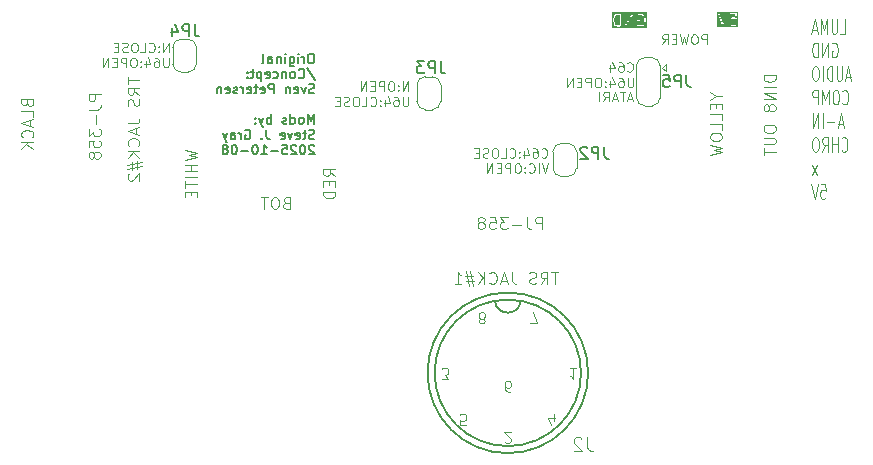
<source format=gbr>
%TF.GenerationSoftware,KiCad,Pcbnew,9.0.4*%
%TF.CreationDate,2025-10-08T09:42:31-04:00*%
%TF.ProjectId,C64-128AVS,4336342d-3132-4384-9156-532e6b696361,rev?*%
%TF.SameCoordinates,Original*%
%TF.FileFunction,Legend,Bot*%
%TF.FilePolarity,Positive*%
%FSLAX46Y46*%
G04 Gerber Fmt 4.6, Leading zero omitted, Abs format (unit mm)*
G04 Created by KiCad (PCBNEW 9.0.4) date 2025-10-08 09:42:31*
%MOMM*%
%LPD*%
G01*
G04 APERTURE LIST*
%ADD10C,0.100000*%
%ADD11C,0.150000*%
%ADD12C,0.093472*%
%ADD13C,0.081280*%
%ADD14C,0.120000*%
%ADD15C,0.127000*%
G04 APERTURE END LIST*
D10*
X192800074Y-90438730D02*
X193181026Y-90438730D01*
X193181026Y-90438730D02*
X193181026Y-89198730D01*
X192533407Y-89198730D02*
X192533407Y-90202540D01*
X192533407Y-90202540D02*
X192495312Y-90320635D01*
X192495312Y-90320635D02*
X192457217Y-90379683D01*
X192457217Y-90379683D02*
X192381026Y-90438730D01*
X192381026Y-90438730D02*
X192228645Y-90438730D01*
X192228645Y-90438730D02*
X192152455Y-90379683D01*
X192152455Y-90379683D02*
X192114360Y-90320635D01*
X192114360Y-90320635D02*
X192076264Y-90202540D01*
X192076264Y-90202540D02*
X192076264Y-89198730D01*
X191695312Y-90438730D02*
X191695312Y-89198730D01*
X191695312Y-89198730D02*
X191428646Y-90084444D01*
X191428646Y-90084444D02*
X191161979Y-89198730D01*
X191161979Y-89198730D02*
X191161979Y-90438730D01*
X190819122Y-90084444D02*
X190438169Y-90084444D01*
X190895312Y-90438730D02*
X190628645Y-89198730D01*
X190628645Y-89198730D02*
X190361979Y-90438730D01*
X192114360Y-91254109D02*
X192190550Y-91195061D01*
X192190550Y-91195061D02*
X192304836Y-91195061D01*
X192304836Y-91195061D02*
X192419122Y-91254109D01*
X192419122Y-91254109D02*
X192495312Y-91372204D01*
X192495312Y-91372204D02*
X192533407Y-91490299D01*
X192533407Y-91490299D02*
X192571503Y-91726490D01*
X192571503Y-91726490D02*
X192571503Y-91903633D01*
X192571503Y-91903633D02*
X192533407Y-92139823D01*
X192533407Y-92139823D02*
X192495312Y-92257918D01*
X192495312Y-92257918D02*
X192419122Y-92376014D01*
X192419122Y-92376014D02*
X192304836Y-92435061D01*
X192304836Y-92435061D02*
X192228645Y-92435061D01*
X192228645Y-92435061D02*
X192114360Y-92376014D01*
X192114360Y-92376014D02*
X192076264Y-92316966D01*
X192076264Y-92316966D02*
X192076264Y-91903633D01*
X192076264Y-91903633D02*
X192228645Y-91903633D01*
X191733407Y-92435061D02*
X191733407Y-91195061D01*
X191733407Y-91195061D02*
X191276264Y-92435061D01*
X191276264Y-92435061D02*
X191276264Y-91195061D01*
X190895312Y-92435061D02*
X190895312Y-91195061D01*
X190895312Y-91195061D02*
X190704836Y-91195061D01*
X190704836Y-91195061D02*
X190590550Y-91254109D01*
X190590550Y-91254109D02*
X190514360Y-91372204D01*
X190514360Y-91372204D02*
X190476265Y-91490299D01*
X190476265Y-91490299D02*
X190438169Y-91726490D01*
X190438169Y-91726490D02*
X190438169Y-91903633D01*
X190438169Y-91903633D02*
X190476265Y-92139823D01*
X190476265Y-92139823D02*
X190514360Y-92257918D01*
X190514360Y-92257918D02*
X190590550Y-92376014D01*
X190590550Y-92376014D02*
X190704836Y-92435061D01*
X190704836Y-92435061D02*
X190895312Y-92435061D01*
X193676264Y-94077106D02*
X193295311Y-94077106D01*
X193752454Y-94431392D02*
X193485787Y-93191392D01*
X193485787Y-93191392D02*
X193219121Y-94431392D01*
X192952454Y-93191392D02*
X192952454Y-94195202D01*
X192952454Y-94195202D02*
X192914359Y-94313297D01*
X192914359Y-94313297D02*
X192876264Y-94372345D01*
X192876264Y-94372345D02*
X192800073Y-94431392D01*
X192800073Y-94431392D02*
X192647692Y-94431392D01*
X192647692Y-94431392D02*
X192571502Y-94372345D01*
X192571502Y-94372345D02*
X192533407Y-94313297D01*
X192533407Y-94313297D02*
X192495311Y-94195202D01*
X192495311Y-94195202D02*
X192495311Y-93191392D01*
X192114359Y-94431392D02*
X192114359Y-93191392D01*
X192114359Y-93191392D02*
X191923883Y-93191392D01*
X191923883Y-93191392D02*
X191809597Y-93250440D01*
X191809597Y-93250440D02*
X191733407Y-93368535D01*
X191733407Y-93368535D02*
X191695312Y-93486630D01*
X191695312Y-93486630D02*
X191657216Y-93722821D01*
X191657216Y-93722821D02*
X191657216Y-93899964D01*
X191657216Y-93899964D02*
X191695312Y-94136154D01*
X191695312Y-94136154D02*
X191733407Y-94254249D01*
X191733407Y-94254249D02*
X191809597Y-94372345D01*
X191809597Y-94372345D02*
X191923883Y-94431392D01*
X191923883Y-94431392D02*
X192114359Y-94431392D01*
X191314359Y-94431392D02*
X191314359Y-93191392D01*
X190781026Y-93191392D02*
X190628645Y-93191392D01*
X190628645Y-93191392D02*
X190552455Y-93250440D01*
X190552455Y-93250440D02*
X190476264Y-93368535D01*
X190476264Y-93368535D02*
X190438169Y-93604725D01*
X190438169Y-93604725D02*
X190438169Y-94018059D01*
X190438169Y-94018059D02*
X190476264Y-94254249D01*
X190476264Y-94254249D02*
X190552455Y-94372345D01*
X190552455Y-94372345D02*
X190628645Y-94431392D01*
X190628645Y-94431392D02*
X190781026Y-94431392D01*
X190781026Y-94431392D02*
X190857217Y-94372345D01*
X190857217Y-94372345D02*
X190933407Y-94254249D01*
X190933407Y-94254249D02*
X190971503Y-94018059D01*
X190971503Y-94018059D02*
X190971503Y-93604725D01*
X190971503Y-93604725D02*
X190933407Y-93368535D01*
X190933407Y-93368535D02*
X190857217Y-93250440D01*
X190857217Y-93250440D02*
X190781026Y-93191392D01*
X192990550Y-96309628D02*
X193028646Y-96368676D01*
X193028646Y-96368676D02*
X193142931Y-96427723D01*
X193142931Y-96427723D02*
X193219122Y-96427723D01*
X193219122Y-96427723D02*
X193333408Y-96368676D01*
X193333408Y-96368676D02*
X193409598Y-96250580D01*
X193409598Y-96250580D02*
X193447693Y-96132485D01*
X193447693Y-96132485D02*
X193485789Y-95896295D01*
X193485789Y-95896295D02*
X193485789Y-95719152D01*
X193485789Y-95719152D02*
X193447693Y-95482961D01*
X193447693Y-95482961D02*
X193409598Y-95364866D01*
X193409598Y-95364866D02*
X193333408Y-95246771D01*
X193333408Y-95246771D02*
X193219122Y-95187723D01*
X193219122Y-95187723D02*
X193142931Y-95187723D01*
X193142931Y-95187723D02*
X193028646Y-95246771D01*
X193028646Y-95246771D02*
X192990550Y-95305818D01*
X192495312Y-95187723D02*
X192342931Y-95187723D01*
X192342931Y-95187723D02*
X192266741Y-95246771D01*
X192266741Y-95246771D02*
X192190550Y-95364866D01*
X192190550Y-95364866D02*
X192152455Y-95601056D01*
X192152455Y-95601056D02*
X192152455Y-96014390D01*
X192152455Y-96014390D02*
X192190550Y-96250580D01*
X192190550Y-96250580D02*
X192266741Y-96368676D01*
X192266741Y-96368676D02*
X192342931Y-96427723D01*
X192342931Y-96427723D02*
X192495312Y-96427723D01*
X192495312Y-96427723D02*
X192571503Y-96368676D01*
X192571503Y-96368676D02*
X192647693Y-96250580D01*
X192647693Y-96250580D02*
X192685789Y-96014390D01*
X192685789Y-96014390D02*
X192685789Y-95601056D01*
X192685789Y-95601056D02*
X192647693Y-95364866D01*
X192647693Y-95364866D02*
X192571503Y-95246771D01*
X192571503Y-95246771D02*
X192495312Y-95187723D01*
X191809598Y-96427723D02*
X191809598Y-95187723D01*
X191809598Y-95187723D02*
X191542932Y-96073437D01*
X191542932Y-96073437D02*
X191276265Y-95187723D01*
X191276265Y-95187723D02*
X191276265Y-96427723D01*
X190895312Y-96427723D02*
X190895312Y-95187723D01*
X190895312Y-95187723D02*
X190590550Y-95187723D01*
X190590550Y-95187723D02*
X190514360Y-95246771D01*
X190514360Y-95246771D02*
X190476265Y-95305818D01*
X190476265Y-95305818D02*
X190438169Y-95423914D01*
X190438169Y-95423914D02*
X190438169Y-95601056D01*
X190438169Y-95601056D02*
X190476265Y-95719152D01*
X190476265Y-95719152D02*
X190514360Y-95778199D01*
X190514360Y-95778199D02*
X190590550Y-95837247D01*
X190590550Y-95837247D02*
X190895312Y-95837247D01*
X193028645Y-98069768D02*
X192647692Y-98069768D01*
X193104835Y-98424054D02*
X192838168Y-97184054D01*
X192838168Y-97184054D02*
X192571502Y-98424054D01*
X192304835Y-97951673D02*
X191695312Y-97951673D01*
X191314359Y-98424054D02*
X191314359Y-97184054D01*
X190933407Y-98424054D02*
X190933407Y-97184054D01*
X190933407Y-97184054D02*
X190476264Y-98424054D01*
X190476264Y-98424054D02*
X190476264Y-97184054D01*
X192914359Y-100302290D02*
X192952455Y-100361338D01*
X192952455Y-100361338D02*
X193066740Y-100420385D01*
X193066740Y-100420385D02*
X193142931Y-100420385D01*
X193142931Y-100420385D02*
X193257217Y-100361338D01*
X193257217Y-100361338D02*
X193333407Y-100243242D01*
X193333407Y-100243242D02*
X193371502Y-100125147D01*
X193371502Y-100125147D02*
X193409598Y-99888957D01*
X193409598Y-99888957D02*
X193409598Y-99711814D01*
X193409598Y-99711814D02*
X193371502Y-99475623D01*
X193371502Y-99475623D02*
X193333407Y-99357528D01*
X193333407Y-99357528D02*
X193257217Y-99239433D01*
X193257217Y-99239433D02*
X193142931Y-99180385D01*
X193142931Y-99180385D02*
X193066740Y-99180385D01*
X193066740Y-99180385D02*
X192952455Y-99239433D01*
X192952455Y-99239433D02*
X192914359Y-99298480D01*
X192571502Y-100420385D02*
X192571502Y-99180385D01*
X192571502Y-99770861D02*
X192114359Y-99770861D01*
X192114359Y-100420385D02*
X192114359Y-99180385D01*
X191276264Y-100420385D02*
X191542931Y-99829909D01*
X191733407Y-100420385D02*
X191733407Y-99180385D01*
X191733407Y-99180385D02*
X191428645Y-99180385D01*
X191428645Y-99180385D02*
X191352455Y-99239433D01*
X191352455Y-99239433D02*
X191314360Y-99298480D01*
X191314360Y-99298480D02*
X191276264Y-99416576D01*
X191276264Y-99416576D02*
X191276264Y-99593718D01*
X191276264Y-99593718D02*
X191314360Y-99711814D01*
X191314360Y-99711814D02*
X191352455Y-99770861D01*
X191352455Y-99770861D02*
X191428645Y-99829909D01*
X191428645Y-99829909D02*
X191733407Y-99829909D01*
X190781026Y-99180385D02*
X190628645Y-99180385D01*
X190628645Y-99180385D02*
X190552455Y-99239433D01*
X190552455Y-99239433D02*
X190476264Y-99357528D01*
X190476264Y-99357528D02*
X190438169Y-99593718D01*
X190438169Y-99593718D02*
X190438169Y-100007052D01*
X190438169Y-100007052D02*
X190476264Y-100243242D01*
X190476264Y-100243242D02*
X190552455Y-100361338D01*
X190552455Y-100361338D02*
X190628645Y-100420385D01*
X190628645Y-100420385D02*
X190781026Y-100420385D01*
X190781026Y-100420385D02*
X190857217Y-100361338D01*
X190857217Y-100361338D02*
X190933407Y-100243242D01*
X190933407Y-100243242D02*
X190971503Y-100007052D01*
X190971503Y-100007052D02*
X190971503Y-99593718D01*
X190971503Y-99593718D02*
X190933407Y-99357528D01*
X190933407Y-99357528D02*
X190857217Y-99239433D01*
X190857217Y-99239433D02*
X190781026Y-99180385D01*
X190819122Y-102416716D02*
X190400074Y-101590049D01*
X190819122Y-101590049D02*
X190400074Y-102416716D01*
X191161979Y-103173047D02*
X191542931Y-103173047D01*
X191542931Y-103173047D02*
X191581027Y-103763523D01*
X191581027Y-103763523D02*
X191542931Y-103704476D01*
X191542931Y-103704476D02*
X191466741Y-103645428D01*
X191466741Y-103645428D02*
X191276265Y-103645428D01*
X191276265Y-103645428D02*
X191200074Y-103704476D01*
X191200074Y-103704476D02*
X191161979Y-103763523D01*
X191161979Y-103763523D02*
X191123884Y-103881619D01*
X191123884Y-103881619D02*
X191123884Y-104176857D01*
X191123884Y-104176857D02*
X191161979Y-104294952D01*
X191161979Y-104294952D02*
X191200074Y-104354000D01*
X191200074Y-104354000D02*
X191276265Y-104413047D01*
X191276265Y-104413047D02*
X191466741Y-104413047D01*
X191466741Y-104413047D02*
X191542931Y-104354000D01*
X191542931Y-104354000D02*
X191581027Y-104294952D01*
X190895312Y-103173047D02*
X190628645Y-104413047D01*
X190628645Y-104413047D02*
X190361979Y-103173047D01*
X137347419Y-100276191D02*
X138347419Y-100514286D01*
X138347419Y-100514286D02*
X137633133Y-100704762D01*
X137633133Y-100704762D02*
X138347419Y-100895238D01*
X138347419Y-100895238D02*
X137347419Y-101133334D01*
X138347419Y-101514286D02*
X137347419Y-101514286D01*
X137823609Y-101514286D02*
X137823609Y-102085714D01*
X138347419Y-102085714D02*
X137347419Y-102085714D01*
X138347419Y-102561905D02*
X137347419Y-102561905D01*
X137347419Y-102895238D02*
X137347419Y-103466666D01*
X138347419Y-103180952D02*
X137347419Y-103180952D01*
X137823609Y-103800000D02*
X137823609Y-104133333D01*
X138347419Y-104276190D02*
X138347419Y-103800000D01*
X138347419Y-103800000D02*
X137347419Y-103800000D01*
X137347419Y-103800000D02*
X137347419Y-104276190D01*
X175268734Y-94146895D02*
X175268734Y-94794514D01*
X175268734Y-94794514D02*
X175230639Y-94870704D01*
X175230639Y-94870704D02*
X175192544Y-94908800D01*
X175192544Y-94908800D02*
X175116353Y-94946895D01*
X175116353Y-94946895D02*
X174963972Y-94946895D01*
X174963972Y-94946895D02*
X174887782Y-94908800D01*
X174887782Y-94908800D02*
X174849687Y-94870704D01*
X174849687Y-94870704D02*
X174811591Y-94794514D01*
X174811591Y-94794514D02*
X174811591Y-94146895D01*
X174087782Y-94146895D02*
X174240163Y-94146895D01*
X174240163Y-94146895D02*
X174316354Y-94184990D01*
X174316354Y-94184990D02*
X174354449Y-94223085D01*
X174354449Y-94223085D02*
X174430639Y-94337371D01*
X174430639Y-94337371D02*
X174468735Y-94489752D01*
X174468735Y-94489752D02*
X174468735Y-94794514D01*
X174468735Y-94794514D02*
X174430639Y-94870704D01*
X174430639Y-94870704D02*
X174392544Y-94908800D01*
X174392544Y-94908800D02*
X174316354Y-94946895D01*
X174316354Y-94946895D02*
X174163973Y-94946895D01*
X174163973Y-94946895D02*
X174087782Y-94908800D01*
X174087782Y-94908800D02*
X174049687Y-94870704D01*
X174049687Y-94870704D02*
X174011592Y-94794514D01*
X174011592Y-94794514D02*
X174011592Y-94604038D01*
X174011592Y-94604038D02*
X174049687Y-94527847D01*
X174049687Y-94527847D02*
X174087782Y-94489752D01*
X174087782Y-94489752D02*
X174163973Y-94451657D01*
X174163973Y-94451657D02*
X174316354Y-94451657D01*
X174316354Y-94451657D02*
X174392544Y-94489752D01*
X174392544Y-94489752D02*
X174430639Y-94527847D01*
X174430639Y-94527847D02*
X174468735Y-94604038D01*
X173325877Y-94413561D02*
X173325877Y-94946895D01*
X173516353Y-94108800D02*
X173706830Y-94680228D01*
X173706830Y-94680228D02*
X173211591Y-94680228D01*
X172906829Y-94870704D02*
X172868734Y-94908800D01*
X172868734Y-94908800D02*
X172906829Y-94946895D01*
X172906829Y-94946895D02*
X172944925Y-94908800D01*
X172944925Y-94908800D02*
X172906829Y-94870704D01*
X172906829Y-94870704D02*
X172906829Y-94946895D01*
X172906829Y-94451657D02*
X172868734Y-94489752D01*
X172868734Y-94489752D02*
X172906829Y-94527847D01*
X172906829Y-94527847D02*
X172944925Y-94489752D01*
X172944925Y-94489752D02*
X172906829Y-94451657D01*
X172906829Y-94451657D02*
X172906829Y-94527847D01*
X172373496Y-94146895D02*
X172221115Y-94146895D01*
X172221115Y-94146895D02*
X172144925Y-94184990D01*
X172144925Y-94184990D02*
X172068734Y-94261180D01*
X172068734Y-94261180D02*
X172030639Y-94413561D01*
X172030639Y-94413561D02*
X172030639Y-94680228D01*
X172030639Y-94680228D02*
X172068734Y-94832609D01*
X172068734Y-94832609D02*
X172144925Y-94908800D01*
X172144925Y-94908800D02*
X172221115Y-94946895D01*
X172221115Y-94946895D02*
X172373496Y-94946895D01*
X172373496Y-94946895D02*
X172449687Y-94908800D01*
X172449687Y-94908800D02*
X172525877Y-94832609D01*
X172525877Y-94832609D02*
X172563973Y-94680228D01*
X172563973Y-94680228D02*
X172563973Y-94413561D01*
X172563973Y-94413561D02*
X172525877Y-94261180D01*
X172525877Y-94261180D02*
X172449687Y-94184990D01*
X172449687Y-94184990D02*
X172373496Y-94146895D01*
X171687782Y-94946895D02*
X171687782Y-94146895D01*
X171687782Y-94146895D02*
X171383020Y-94146895D01*
X171383020Y-94146895D02*
X171306830Y-94184990D01*
X171306830Y-94184990D02*
X171268735Y-94223085D01*
X171268735Y-94223085D02*
X171230639Y-94299276D01*
X171230639Y-94299276D02*
X171230639Y-94413561D01*
X171230639Y-94413561D02*
X171268735Y-94489752D01*
X171268735Y-94489752D02*
X171306830Y-94527847D01*
X171306830Y-94527847D02*
X171383020Y-94565942D01*
X171383020Y-94565942D02*
X171687782Y-94565942D01*
X170887782Y-94527847D02*
X170621116Y-94527847D01*
X170506830Y-94946895D02*
X170887782Y-94946895D01*
X170887782Y-94946895D02*
X170887782Y-94146895D01*
X170887782Y-94146895D02*
X170506830Y-94146895D01*
X170163972Y-94946895D02*
X170163972Y-94146895D01*
X170163972Y-94146895D02*
X169706829Y-94946895D01*
X169706829Y-94946895D02*
X169706829Y-94146895D01*
X174761591Y-93570704D02*
X174799687Y-93608800D01*
X174799687Y-93608800D02*
X174913972Y-93646895D01*
X174913972Y-93646895D02*
X174990163Y-93646895D01*
X174990163Y-93646895D02*
X175104449Y-93608800D01*
X175104449Y-93608800D02*
X175180639Y-93532609D01*
X175180639Y-93532609D02*
X175218734Y-93456419D01*
X175218734Y-93456419D02*
X175256830Y-93304038D01*
X175256830Y-93304038D02*
X175256830Y-93189752D01*
X175256830Y-93189752D02*
X175218734Y-93037371D01*
X175218734Y-93037371D02*
X175180639Y-92961180D01*
X175180639Y-92961180D02*
X175104449Y-92884990D01*
X175104449Y-92884990D02*
X174990163Y-92846895D01*
X174990163Y-92846895D02*
X174913972Y-92846895D01*
X174913972Y-92846895D02*
X174799687Y-92884990D01*
X174799687Y-92884990D02*
X174761591Y-92923085D01*
X174075877Y-92846895D02*
X174228258Y-92846895D01*
X174228258Y-92846895D02*
X174304449Y-92884990D01*
X174304449Y-92884990D02*
X174342544Y-92923085D01*
X174342544Y-92923085D02*
X174418734Y-93037371D01*
X174418734Y-93037371D02*
X174456830Y-93189752D01*
X174456830Y-93189752D02*
X174456830Y-93494514D01*
X174456830Y-93494514D02*
X174418734Y-93570704D01*
X174418734Y-93570704D02*
X174380639Y-93608800D01*
X174380639Y-93608800D02*
X174304449Y-93646895D01*
X174304449Y-93646895D02*
X174152068Y-93646895D01*
X174152068Y-93646895D02*
X174075877Y-93608800D01*
X174075877Y-93608800D02*
X174037782Y-93570704D01*
X174037782Y-93570704D02*
X173999687Y-93494514D01*
X173999687Y-93494514D02*
X173999687Y-93304038D01*
X173999687Y-93304038D02*
X174037782Y-93227847D01*
X174037782Y-93227847D02*
X174075877Y-93189752D01*
X174075877Y-93189752D02*
X174152068Y-93151657D01*
X174152068Y-93151657D02*
X174304449Y-93151657D01*
X174304449Y-93151657D02*
X174380639Y-93189752D01*
X174380639Y-93189752D02*
X174418734Y-93227847D01*
X174418734Y-93227847D02*
X174456830Y-93304038D01*
X173313972Y-93113561D02*
X173313972Y-93646895D01*
X173504448Y-92808800D02*
X173694925Y-93380228D01*
X173694925Y-93380228D02*
X173199686Y-93380228D01*
X132472419Y-94111027D02*
X132472419Y-94682455D01*
X133472419Y-94396741D02*
X132472419Y-94396741D01*
X133472419Y-95587217D02*
X132996228Y-95253884D01*
X133472419Y-95015789D02*
X132472419Y-95015789D01*
X132472419Y-95015789D02*
X132472419Y-95396741D01*
X132472419Y-95396741D02*
X132520038Y-95491979D01*
X132520038Y-95491979D02*
X132567657Y-95539598D01*
X132567657Y-95539598D02*
X132662895Y-95587217D01*
X132662895Y-95587217D02*
X132805752Y-95587217D01*
X132805752Y-95587217D02*
X132900990Y-95539598D01*
X132900990Y-95539598D02*
X132948609Y-95491979D01*
X132948609Y-95491979D02*
X132996228Y-95396741D01*
X132996228Y-95396741D02*
X132996228Y-95015789D01*
X133424800Y-95968170D02*
X133472419Y-96111027D01*
X133472419Y-96111027D02*
X133472419Y-96349122D01*
X133472419Y-96349122D02*
X133424800Y-96444360D01*
X133424800Y-96444360D02*
X133377180Y-96491979D01*
X133377180Y-96491979D02*
X133281942Y-96539598D01*
X133281942Y-96539598D02*
X133186704Y-96539598D01*
X133186704Y-96539598D02*
X133091466Y-96491979D01*
X133091466Y-96491979D02*
X133043847Y-96444360D01*
X133043847Y-96444360D02*
X132996228Y-96349122D01*
X132996228Y-96349122D02*
X132948609Y-96158646D01*
X132948609Y-96158646D02*
X132900990Y-96063408D01*
X132900990Y-96063408D02*
X132853371Y-96015789D01*
X132853371Y-96015789D02*
X132758133Y-95968170D01*
X132758133Y-95968170D02*
X132662895Y-95968170D01*
X132662895Y-95968170D02*
X132567657Y-96015789D01*
X132567657Y-96015789D02*
X132520038Y-96063408D01*
X132520038Y-96063408D02*
X132472419Y-96158646D01*
X132472419Y-96158646D02*
X132472419Y-96396741D01*
X132472419Y-96396741D02*
X132520038Y-96539598D01*
X132472419Y-98015789D02*
X133186704Y-98015789D01*
X133186704Y-98015789D02*
X133329561Y-97968170D01*
X133329561Y-97968170D02*
X133424800Y-97872932D01*
X133424800Y-97872932D02*
X133472419Y-97730075D01*
X133472419Y-97730075D02*
X133472419Y-97634837D01*
X133186704Y-98444361D02*
X133186704Y-98920551D01*
X133472419Y-98349123D02*
X132472419Y-98682456D01*
X132472419Y-98682456D02*
X133472419Y-99015789D01*
X133377180Y-99920551D02*
X133424800Y-99872932D01*
X133424800Y-99872932D02*
X133472419Y-99730075D01*
X133472419Y-99730075D02*
X133472419Y-99634837D01*
X133472419Y-99634837D02*
X133424800Y-99491980D01*
X133424800Y-99491980D02*
X133329561Y-99396742D01*
X133329561Y-99396742D02*
X133234323Y-99349123D01*
X133234323Y-99349123D02*
X133043847Y-99301504D01*
X133043847Y-99301504D02*
X132900990Y-99301504D01*
X132900990Y-99301504D02*
X132710514Y-99349123D01*
X132710514Y-99349123D02*
X132615276Y-99396742D01*
X132615276Y-99396742D02*
X132520038Y-99491980D01*
X132520038Y-99491980D02*
X132472419Y-99634837D01*
X132472419Y-99634837D02*
X132472419Y-99730075D01*
X132472419Y-99730075D02*
X132520038Y-99872932D01*
X132520038Y-99872932D02*
X132567657Y-99920551D01*
X133472419Y-100349123D02*
X132472419Y-100349123D01*
X133472419Y-100920551D02*
X132900990Y-100491980D01*
X132472419Y-100920551D02*
X133043847Y-100349123D01*
X132805752Y-101301504D02*
X132805752Y-102015789D01*
X132377180Y-101587218D02*
X133662895Y-101301504D01*
X133234323Y-101920551D02*
X133234323Y-101206266D01*
X133662895Y-101634837D02*
X132377180Y-101920551D01*
X132567657Y-102301504D02*
X132520038Y-102349123D01*
X132520038Y-102349123D02*
X132472419Y-102444361D01*
X132472419Y-102444361D02*
X132472419Y-102682456D01*
X132472419Y-102682456D02*
X132520038Y-102777694D01*
X132520038Y-102777694D02*
X132567657Y-102825313D01*
X132567657Y-102825313D02*
X132662895Y-102872932D01*
X132662895Y-102872932D02*
X132758133Y-102872932D01*
X132758133Y-102872932D02*
X132900990Y-102825313D01*
X132900990Y-102825313D02*
X133472419Y-102253885D01*
X133472419Y-102253885D02*
X133472419Y-102872932D01*
X156233134Y-95281340D02*
X156233134Y-94481340D01*
X156233134Y-94481340D02*
X155775991Y-95281340D01*
X155775991Y-95281340D02*
X155775991Y-94481340D01*
X155395039Y-95205149D02*
X155356944Y-95243245D01*
X155356944Y-95243245D02*
X155395039Y-95281340D01*
X155395039Y-95281340D02*
X155433135Y-95243245D01*
X155433135Y-95243245D02*
X155395039Y-95205149D01*
X155395039Y-95205149D02*
X155395039Y-95281340D01*
X155395039Y-94786102D02*
X155356944Y-94824197D01*
X155356944Y-94824197D02*
X155395039Y-94862292D01*
X155395039Y-94862292D02*
X155433135Y-94824197D01*
X155433135Y-94824197D02*
X155395039Y-94786102D01*
X155395039Y-94786102D02*
X155395039Y-94862292D01*
X154861706Y-94481340D02*
X154709325Y-94481340D01*
X154709325Y-94481340D02*
X154633135Y-94519435D01*
X154633135Y-94519435D02*
X154556944Y-94595625D01*
X154556944Y-94595625D02*
X154518849Y-94748006D01*
X154518849Y-94748006D02*
X154518849Y-95014673D01*
X154518849Y-95014673D02*
X154556944Y-95167054D01*
X154556944Y-95167054D02*
X154633135Y-95243245D01*
X154633135Y-95243245D02*
X154709325Y-95281340D01*
X154709325Y-95281340D02*
X154861706Y-95281340D01*
X154861706Y-95281340D02*
X154937897Y-95243245D01*
X154937897Y-95243245D02*
X155014087Y-95167054D01*
X155014087Y-95167054D02*
X155052183Y-95014673D01*
X155052183Y-95014673D02*
X155052183Y-94748006D01*
X155052183Y-94748006D02*
X155014087Y-94595625D01*
X155014087Y-94595625D02*
X154937897Y-94519435D01*
X154937897Y-94519435D02*
X154861706Y-94481340D01*
X154175992Y-95281340D02*
X154175992Y-94481340D01*
X154175992Y-94481340D02*
X153871230Y-94481340D01*
X153871230Y-94481340D02*
X153795040Y-94519435D01*
X153795040Y-94519435D02*
X153756945Y-94557530D01*
X153756945Y-94557530D02*
X153718849Y-94633721D01*
X153718849Y-94633721D02*
X153718849Y-94748006D01*
X153718849Y-94748006D02*
X153756945Y-94824197D01*
X153756945Y-94824197D02*
X153795040Y-94862292D01*
X153795040Y-94862292D02*
X153871230Y-94900387D01*
X153871230Y-94900387D02*
X154175992Y-94900387D01*
X153375992Y-94862292D02*
X153109326Y-94862292D01*
X152995040Y-95281340D02*
X153375992Y-95281340D01*
X153375992Y-95281340D02*
X153375992Y-94481340D01*
X153375992Y-94481340D02*
X152995040Y-94481340D01*
X152652182Y-95281340D02*
X152652182Y-94481340D01*
X152652182Y-94481340D02*
X152195039Y-95281340D01*
X152195039Y-95281340D02*
X152195039Y-94481340D01*
X156233134Y-95769295D02*
X156233134Y-96416914D01*
X156233134Y-96416914D02*
X156195039Y-96493104D01*
X156195039Y-96493104D02*
X156156944Y-96531200D01*
X156156944Y-96531200D02*
X156080753Y-96569295D01*
X156080753Y-96569295D02*
X155928372Y-96569295D01*
X155928372Y-96569295D02*
X155852182Y-96531200D01*
X155852182Y-96531200D02*
X155814087Y-96493104D01*
X155814087Y-96493104D02*
X155775991Y-96416914D01*
X155775991Y-96416914D02*
X155775991Y-95769295D01*
X155052182Y-95769295D02*
X155204563Y-95769295D01*
X155204563Y-95769295D02*
X155280754Y-95807390D01*
X155280754Y-95807390D02*
X155318849Y-95845485D01*
X155318849Y-95845485D02*
X155395039Y-95959771D01*
X155395039Y-95959771D02*
X155433135Y-96112152D01*
X155433135Y-96112152D02*
X155433135Y-96416914D01*
X155433135Y-96416914D02*
X155395039Y-96493104D01*
X155395039Y-96493104D02*
X155356944Y-96531200D01*
X155356944Y-96531200D02*
X155280754Y-96569295D01*
X155280754Y-96569295D02*
X155128373Y-96569295D01*
X155128373Y-96569295D02*
X155052182Y-96531200D01*
X155052182Y-96531200D02*
X155014087Y-96493104D01*
X155014087Y-96493104D02*
X154975992Y-96416914D01*
X154975992Y-96416914D02*
X154975992Y-96226438D01*
X154975992Y-96226438D02*
X155014087Y-96150247D01*
X155014087Y-96150247D02*
X155052182Y-96112152D01*
X155052182Y-96112152D02*
X155128373Y-96074057D01*
X155128373Y-96074057D02*
X155280754Y-96074057D01*
X155280754Y-96074057D02*
X155356944Y-96112152D01*
X155356944Y-96112152D02*
X155395039Y-96150247D01*
X155395039Y-96150247D02*
X155433135Y-96226438D01*
X154290277Y-96035961D02*
X154290277Y-96569295D01*
X154480753Y-95731200D02*
X154671230Y-96302628D01*
X154671230Y-96302628D02*
X154175991Y-96302628D01*
X153871229Y-96493104D02*
X153833134Y-96531200D01*
X153833134Y-96531200D02*
X153871229Y-96569295D01*
X153871229Y-96569295D02*
X153909325Y-96531200D01*
X153909325Y-96531200D02*
X153871229Y-96493104D01*
X153871229Y-96493104D02*
X153871229Y-96569295D01*
X153871229Y-96074057D02*
X153833134Y-96112152D01*
X153833134Y-96112152D02*
X153871229Y-96150247D01*
X153871229Y-96150247D02*
X153909325Y-96112152D01*
X153909325Y-96112152D02*
X153871229Y-96074057D01*
X153871229Y-96074057D02*
X153871229Y-96150247D01*
X153033134Y-96493104D02*
X153071230Y-96531200D01*
X153071230Y-96531200D02*
X153185515Y-96569295D01*
X153185515Y-96569295D02*
X153261706Y-96569295D01*
X153261706Y-96569295D02*
X153375992Y-96531200D01*
X153375992Y-96531200D02*
X153452182Y-96455009D01*
X153452182Y-96455009D02*
X153490277Y-96378819D01*
X153490277Y-96378819D02*
X153528373Y-96226438D01*
X153528373Y-96226438D02*
X153528373Y-96112152D01*
X153528373Y-96112152D02*
X153490277Y-95959771D01*
X153490277Y-95959771D02*
X153452182Y-95883580D01*
X153452182Y-95883580D02*
X153375992Y-95807390D01*
X153375992Y-95807390D02*
X153261706Y-95769295D01*
X153261706Y-95769295D02*
X153185515Y-95769295D01*
X153185515Y-95769295D02*
X153071230Y-95807390D01*
X153071230Y-95807390D02*
X153033134Y-95845485D01*
X152309325Y-96569295D02*
X152690277Y-96569295D01*
X152690277Y-96569295D02*
X152690277Y-95769295D01*
X151890277Y-95769295D02*
X151737896Y-95769295D01*
X151737896Y-95769295D02*
X151661706Y-95807390D01*
X151661706Y-95807390D02*
X151585515Y-95883580D01*
X151585515Y-95883580D02*
X151547420Y-96035961D01*
X151547420Y-96035961D02*
X151547420Y-96302628D01*
X151547420Y-96302628D02*
X151585515Y-96455009D01*
X151585515Y-96455009D02*
X151661706Y-96531200D01*
X151661706Y-96531200D02*
X151737896Y-96569295D01*
X151737896Y-96569295D02*
X151890277Y-96569295D01*
X151890277Y-96569295D02*
X151966468Y-96531200D01*
X151966468Y-96531200D02*
X152042658Y-96455009D01*
X152042658Y-96455009D02*
X152080754Y-96302628D01*
X152080754Y-96302628D02*
X152080754Y-96035961D01*
X152080754Y-96035961D02*
X152042658Y-95883580D01*
X152042658Y-95883580D02*
X151966468Y-95807390D01*
X151966468Y-95807390D02*
X151890277Y-95769295D01*
X151242659Y-96531200D02*
X151128373Y-96569295D01*
X151128373Y-96569295D02*
X150937897Y-96569295D01*
X150937897Y-96569295D02*
X150861706Y-96531200D01*
X150861706Y-96531200D02*
X150823611Y-96493104D01*
X150823611Y-96493104D02*
X150785516Y-96416914D01*
X150785516Y-96416914D02*
X150785516Y-96340723D01*
X150785516Y-96340723D02*
X150823611Y-96264533D01*
X150823611Y-96264533D02*
X150861706Y-96226438D01*
X150861706Y-96226438D02*
X150937897Y-96188342D01*
X150937897Y-96188342D02*
X151090278Y-96150247D01*
X151090278Y-96150247D02*
X151166468Y-96112152D01*
X151166468Y-96112152D02*
X151204563Y-96074057D01*
X151204563Y-96074057D02*
X151242659Y-95997866D01*
X151242659Y-95997866D02*
X151242659Y-95921676D01*
X151242659Y-95921676D02*
X151204563Y-95845485D01*
X151204563Y-95845485D02*
X151166468Y-95807390D01*
X151166468Y-95807390D02*
X151090278Y-95769295D01*
X151090278Y-95769295D02*
X150899801Y-95769295D01*
X150899801Y-95769295D02*
X150785516Y-95807390D01*
X150442658Y-96150247D02*
X150175992Y-96150247D01*
X150061706Y-96569295D02*
X150442658Y-96569295D01*
X150442658Y-96569295D02*
X150442658Y-95769295D01*
X150442658Y-95769295D02*
X150061706Y-95769295D01*
X167511591Y-100857749D02*
X167549687Y-100895845D01*
X167549687Y-100895845D02*
X167663972Y-100933940D01*
X167663972Y-100933940D02*
X167740163Y-100933940D01*
X167740163Y-100933940D02*
X167854449Y-100895845D01*
X167854449Y-100895845D02*
X167930639Y-100819654D01*
X167930639Y-100819654D02*
X167968734Y-100743464D01*
X167968734Y-100743464D02*
X168006830Y-100591083D01*
X168006830Y-100591083D02*
X168006830Y-100476797D01*
X168006830Y-100476797D02*
X167968734Y-100324416D01*
X167968734Y-100324416D02*
X167930639Y-100248225D01*
X167930639Y-100248225D02*
X167854449Y-100172035D01*
X167854449Y-100172035D02*
X167740163Y-100133940D01*
X167740163Y-100133940D02*
X167663972Y-100133940D01*
X167663972Y-100133940D02*
X167549687Y-100172035D01*
X167549687Y-100172035D02*
X167511591Y-100210130D01*
X166825877Y-100133940D02*
X166978258Y-100133940D01*
X166978258Y-100133940D02*
X167054449Y-100172035D01*
X167054449Y-100172035D02*
X167092544Y-100210130D01*
X167092544Y-100210130D02*
X167168734Y-100324416D01*
X167168734Y-100324416D02*
X167206830Y-100476797D01*
X167206830Y-100476797D02*
X167206830Y-100781559D01*
X167206830Y-100781559D02*
X167168734Y-100857749D01*
X167168734Y-100857749D02*
X167130639Y-100895845D01*
X167130639Y-100895845D02*
X167054449Y-100933940D01*
X167054449Y-100933940D02*
X166902068Y-100933940D01*
X166902068Y-100933940D02*
X166825877Y-100895845D01*
X166825877Y-100895845D02*
X166787782Y-100857749D01*
X166787782Y-100857749D02*
X166749687Y-100781559D01*
X166749687Y-100781559D02*
X166749687Y-100591083D01*
X166749687Y-100591083D02*
X166787782Y-100514892D01*
X166787782Y-100514892D02*
X166825877Y-100476797D01*
X166825877Y-100476797D02*
X166902068Y-100438702D01*
X166902068Y-100438702D02*
X167054449Y-100438702D01*
X167054449Y-100438702D02*
X167130639Y-100476797D01*
X167130639Y-100476797D02*
X167168734Y-100514892D01*
X167168734Y-100514892D02*
X167206830Y-100591083D01*
X166063972Y-100400606D02*
X166063972Y-100933940D01*
X166254448Y-100095845D02*
X166444925Y-100667273D01*
X166444925Y-100667273D02*
X165949686Y-100667273D01*
X165644924Y-100857749D02*
X165606829Y-100895845D01*
X165606829Y-100895845D02*
X165644924Y-100933940D01*
X165644924Y-100933940D02*
X165683020Y-100895845D01*
X165683020Y-100895845D02*
X165644924Y-100857749D01*
X165644924Y-100857749D02*
X165644924Y-100933940D01*
X165644924Y-100438702D02*
X165606829Y-100476797D01*
X165606829Y-100476797D02*
X165644924Y-100514892D01*
X165644924Y-100514892D02*
X165683020Y-100476797D01*
X165683020Y-100476797D02*
X165644924Y-100438702D01*
X165644924Y-100438702D02*
X165644924Y-100514892D01*
X164806829Y-100857749D02*
X164844925Y-100895845D01*
X164844925Y-100895845D02*
X164959210Y-100933940D01*
X164959210Y-100933940D02*
X165035401Y-100933940D01*
X165035401Y-100933940D02*
X165149687Y-100895845D01*
X165149687Y-100895845D02*
X165225877Y-100819654D01*
X165225877Y-100819654D02*
X165263972Y-100743464D01*
X165263972Y-100743464D02*
X165302068Y-100591083D01*
X165302068Y-100591083D02*
X165302068Y-100476797D01*
X165302068Y-100476797D02*
X165263972Y-100324416D01*
X165263972Y-100324416D02*
X165225877Y-100248225D01*
X165225877Y-100248225D02*
X165149687Y-100172035D01*
X165149687Y-100172035D02*
X165035401Y-100133940D01*
X165035401Y-100133940D02*
X164959210Y-100133940D01*
X164959210Y-100133940D02*
X164844925Y-100172035D01*
X164844925Y-100172035D02*
X164806829Y-100210130D01*
X164083020Y-100933940D02*
X164463972Y-100933940D01*
X164463972Y-100933940D02*
X164463972Y-100133940D01*
X163663972Y-100133940D02*
X163511591Y-100133940D01*
X163511591Y-100133940D02*
X163435401Y-100172035D01*
X163435401Y-100172035D02*
X163359210Y-100248225D01*
X163359210Y-100248225D02*
X163321115Y-100400606D01*
X163321115Y-100400606D02*
X163321115Y-100667273D01*
X163321115Y-100667273D02*
X163359210Y-100819654D01*
X163359210Y-100819654D02*
X163435401Y-100895845D01*
X163435401Y-100895845D02*
X163511591Y-100933940D01*
X163511591Y-100933940D02*
X163663972Y-100933940D01*
X163663972Y-100933940D02*
X163740163Y-100895845D01*
X163740163Y-100895845D02*
X163816353Y-100819654D01*
X163816353Y-100819654D02*
X163854449Y-100667273D01*
X163854449Y-100667273D02*
X163854449Y-100400606D01*
X163854449Y-100400606D02*
X163816353Y-100248225D01*
X163816353Y-100248225D02*
X163740163Y-100172035D01*
X163740163Y-100172035D02*
X163663972Y-100133940D01*
X163016354Y-100895845D02*
X162902068Y-100933940D01*
X162902068Y-100933940D02*
X162711592Y-100933940D01*
X162711592Y-100933940D02*
X162635401Y-100895845D01*
X162635401Y-100895845D02*
X162597306Y-100857749D01*
X162597306Y-100857749D02*
X162559211Y-100781559D01*
X162559211Y-100781559D02*
X162559211Y-100705368D01*
X162559211Y-100705368D02*
X162597306Y-100629178D01*
X162597306Y-100629178D02*
X162635401Y-100591083D01*
X162635401Y-100591083D02*
X162711592Y-100552987D01*
X162711592Y-100552987D02*
X162863973Y-100514892D01*
X162863973Y-100514892D02*
X162940163Y-100476797D01*
X162940163Y-100476797D02*
X162978258Y-100438702D01*
X162978258Y-100438702D02*
X163016354Y-100362511D01*
X163016354Y-100362511D02*
X163016354Y-100286321D01*
X163016354Y-100286321D02*
X162978258Y-100210130D01*
X162978258Y-100210130D02*
X162940163Y-100172035D01*
X162940163Y-100172035D02*
X162863973Y-100133940D01*
X162863973Y-100133940D02*
X162673496Y-100133940D01*
X162673496Y-100133940D02*
X162559211Y-100172035D01*
X162216353Y-100514892D02*
X161949687Y-100514892D01*
X161835401Y-100933940D02*
X162216353Y-100933940D01*
X162216353Y-100933940D02*
X162216353Y-100133940D01*
X162216353Y-100133940D02*
X161835401Y-100133940D01*
X168083020Y-101421895D02*
X167816353Y-102221895D01*
X167816353Y-102221895D02*
X167549687Y-101421895D01*
X167283020Y-102221895D02*
X167283020Y-101421895D01*
X166444925Y-102145704D02*
X166483021Y-102183800D01*
X166483021Y-102183800D02*
X166597306Y-102221895D01*
X166597306Y-102221895D02*
X166673497Y-102221895D01*
X166673497Y-102221895D02*
X166787783Y-102183800D01*
X166787783Y-102183800D02*
X166863973Y-102107609D01*
X166863973Y-102107609D02*
X166902068Y-102031419D01*
X166902068Y-102031419D02*
X166940164Y-101879038D01*
X166940164Y-101879038D02*
X166940164Y-101764752D01*
X166940164Y-101764752D02*
X166902068Y-101612371D01*
X166902068Y-101612371D02*
X166863973Y-101536180D01*
X166863973Y-101536180D02*
X166787783Y-101459990D01*
X166787783Y-101459990D02*
X166673497Y-101421895D01*
X166673497Y-101421895D02*
X166597306Y-101421895D01*
X166597306Y-101421895D02*
X166483021Y-101459990D01*
X166483021Y-101459990D02*
X166444925Y-101498085D01*
X166102068Y-102145704D02*
X166063973Y-102183800D01*
X166063973Y-102183800D02*
X166102068Y-102221895D01*
X166102068Y-102221895D02*
X166140164Y-102183800D01*
X166140164Y-102183800D02*
X166102068Y-102145704D01*
X166102068Y-102145704D02*
X166102068Y-102221895D01*
X166102068Y-101726657D02*
X166063973Y-101764752D01*
X166063973Y-101764752D02*
X166102068Y-101802847D01*
X166102068Y-101802847D02*
X166140164Y-101764752D01*
X166140164Y-101764752D02*
X166102068Y-101726657D01*
X166102068Y-101726657D02*
X166102068Y-101802847D01*
X165568735Y-101421895D02*
X165416354Y-101421895D01*
X165416354Y-101421895D02*
X165340164Y-101459990D01*
X165340164Y-101459990D02*
X165263973Y-101536180D01*
X165263973Y-101536180D02*
X165225878Y-101688561D01*
X165225878Y-101688561D02*
X165225878Y-101955228D01*
X165225878Y-101955228D02*
X165263973Y-102107609D01*
X165263973Y-102107609D02*
X165340164Y-102183800D01*
X165340164Y-102183800D02*
X165416354Y-102221895D01*
X165416354Y-102221895D02*
X165568735Y-102221895D01*
X165568735Y-102221895D02*
X165644926Y-102183800D01*
X165644926Y-102183800D02*
X165721116Y-102107609D01*
X165721116Y-102107609D02*
X165759212Y-101955228D01*
X165759212Y-101955228D02*
X165759212Y-101688561D01*
X165759212Y-101688561D02*
X165721116Y-101536180D01*
X165721116Y-101536180D02*
X165644926Y-101459990D01*
X165644926Y-101459990D02*
X165568735Y-101421895D01*
X164883021Y-102221895D02*
X164883021Y-101421895D01*
X164883021Y-101421895D02*
X164578259Y-101421895D01*
X164578259Y-101421895D02*
X164502069Y-101459990D01*
X164502069Y-101459990D02*
X164463974Y-101498085D01*
X164463974Y-101498085D02*
X164425878Y-101574276D01*
X164425878Y-101574276D02*
X164425878Y-101688561D01*
X164425878Y-101688561D02*
X164463974Y-101764752D01*
X164463974Y-101764752D02*
X164502069Y-101802847D01*
X164502069Y-101802847D02*
X164578259Y-101840942D01*
X164578259Y-101840942D02*
X164883021Y-101840942D01*
X164083021Y-101802847D02*
X163816355Y-101802847D01*
X163702069Y-102221895D02*
X164083021Y-102221895D01*
X164083021Y-102221895D02*
X164083021Y-101421895D01*
X164083021Y-101421895D02*
X163702069Y-101421895D01*
X163359211Y-102221895D02*
X163359211Y-101421895D01*
X163359211Y-101421895D02*
X162902068Y-102221895D01*
X162902068Y-102221895D02*
X162902068Y-101421895D01*
X182316228Y-95692857D02*
X182792419Y-95692857D01*
X181792419Y-95359524D02*
X182316228Y-95692857D01*
X182316228Y-95692857D02*
X181792419Y-96026190D01*
X182268609Y-96359524D02*
X182268609Y-96692857D01*
X182792419Y-96835714D02*
X182792419Y-96359524D01*
X182792419Y-96359524D02*
X181792419Y-96359524D01*
X181792419Y-96359524D02*
X181792419Y-96835714D01*
X182792419Y-97740476D02*
X182792419Y-97264286D01*
X182792419Y-97264286D02*
X181792419Y-97264286D01*
X182792419Y-98550000D02*
X182792419Y-98073810D01*
X182792419Y-98073810D02*
X181792419Y-98073810D01*
X181792419Y-99073810D02*
X181792419Y-99264286D01*
X181792419Y-99264286D02*
X181840038Y-99359524D01*
X181840038Y-99359524D02*
X181935276Y-99454762D01*
X181935276Y-99454762D02*
X182125752Y-99502381D01*
X182125752Y-99502381D02*
X182459085Y-99502381D01*
X182459085Y-99502381D02*
X182649561Y-99454762D01*
X182649561Y-99454762D02*
X182744800Y-99359524D01*
X182744800Y-99359524D02*
X182792419Y-99264286D01*
X182792419Y-99264286D02*
X182792419Y-99073810D01*
X182792419Y-99073810D02*
X182744800Y-98978572D01*
X182744800Y-98978572D02*
X182649561Y-98883334D01*
X182649561Y-98883334D02*
X182459085Y-98835715D01*
X182459085Y-98835715D02*
X182125752Y-98835715D01*
X182125752Y-98835715D02*
X181935276Y-98883334D01*
X181935276Y-98883334D02*
X181840038Y-98978572D01*
X181840038Y-98978572D02*
X181792419Y-99073810D01*
X181792419Y-99835715D02*
X182792419Y-100073810D01*
X182792419Y-100073810D02*
X182078133Y-100264286D01*
X182078133Y-100264286D02*
X182792419Y-100454762D01*
X182792419Y-100454762D02*
X181792419Y-100692858D01*
X145903333Y-104758609D02*
X145760476Y-104806228D01*
X145760476Y-104806228D02*
X145712857Y-104853847D01*
X145712857Y-104853847D02*
X145665238Y-104949085D01*
X145665238Y-104949085D02*
X145665238Y-105091942D01*
X145665238Y-105091942D02*
X145712857Y-105187180D01*
X145712857Y-105187180D02*
X145760476Y-105234800D01*
X145760476Y-105234800D02*
X145855714Y-105282419D01*
X145855714Y-105282419D02*
X146236666Y-105282419D01*
X146236666Y-105282419D02*
X146236666Y-104282419D01*
X146236666Y-104282419D02*
X145903333Y-104282419D01*
X145903333Y-104282419D02*
X145808095Y-104330038D01*
X145808095Y-104330038D02*
X145760476Y-104377657D01*
X145760476Y-104377657D02*
X145712857Y-104472895D01*
X145712857Y-104472895D02*
X145712857Y-104568133D01*
X145712857Y-104568133D02*
X145760476Y-104663371D01*
X145760476Y-104663371D02*
X145808095Y-104710990D01*
X145808095Y-104710990D02*
X145903333Y-104758609D01*
X145903333Y-104758609D02*
X146236666Y-104758609D01*
X145046190Y-104282419D02*
X144855714Y-104282419D01*
X144855714Y-104282419D02*
X144760476Y-104330038D01*
X144760476Y-104330038D02*
X144665238Y-104425276D01*
X144665238Y-104425276D02*
X144617619Y-104615752D01*
X144617619Y-104615752D02*
X144617619Y-104949085D01*
X144617619Y-104949085D02*
X144665238Y-105139561D01*
X144665238Y-105139561D02*
X144760476Y-105234800D01*
X144760476Y-105234800D02*
X144855714Y-105282419D01*
X144855714Y-105282419D02*
X145046190Y-105282419D01*
X145046190Y-105282419D02*
X145141428Y-105234800D01*
X145141428Y-105234800D02*
X145236666Y-105139561D01*
X145236666Y-105139561D02*
X145284285Y-104949085D01*
X145284285Y-104949085D02*
X145284285Y-104615752D01*
X145284285Y-104615752D02*
X145236666Y-104425276D01*
X145236666Y-104425276D02*
X145141428Y-104330038D01*
X145141428Y-104330038D02*
X145046190Y-104282419D01*
X144331904Y-104282419D02*
X143760476Y-104282419D01*
X144046190Y-105282419D02*
X144046190Y-104282419D01*
X187322419Y-93953684D02*
X186322419Y-93953684D01*
X186322419Y-93953684D02*
X186322419Y-94191779D01*
X186322419Y-94191779D02*
X186370038Y-94334636D01*
X186370038Y-94334636D02*
X186465276Y-94429874D01*
X186465276Y-94429874D02*
X186560514Y-94477493D01*
X186560514Y-94477493D02*
X186750990Y-94525112D01*
X186750990Y-94525112D02*
X186893847Y-94525112D01*
X186893847Y-94525112D02*
X187084323Y-94477493D01*
X187084323Y-94477493D02*
X187179561Y-94429874D01*
X187179561Y-94429874D02*
X187274800Y-94334636D01*
X187274800Y-94334636D02*
X187322419Y-94191779D01*
X187322419Y-94191779D02*
X187322419Y-93953684D01*
X187322419Y-94953684D02*
X186322419Y-94953684D01*
X187322419Y-95429874D02*
X186322419Y-95429874D01*
X186322419Y-95429874D02*
X187322419Y-96001302D01*
X187322419Y-96001302D02*
X186322419Y-96001302D01*
X186750990Y-96620350D02*
X186703371Y-96525112D01*
X186703371Y-96525112D02*
X186655752Y-96477493D01*
X186655752Y-96477493D02*
X186560514Y-96429874D01*
X186560514Y-96429874D02*
X186512895Y-96429874D01*
X186512895Y-96429874D02*
X186417657Y-96477493D01*
X186417657Y-96477493D02*
X186370038Y-96525112D01*
X186370038Y-96525112D02*
X186322419Y-96620350D01*
X186322419Y-96620350D02*
X186322419Y-96810826D01*
X186322419Y-96810826D02*
X186370038Y-96906064D01*
X186370038Y-96906064D02*
X186417657Y-96953683D01*
X186417657Y-96953683D02*
X186512895Y-97001302D01*
X186512895Y-97001302D02*
X186560514Y-97001302D01*
X186560514Y-97001302D02*
X186655752Y-96953683D01*
X186655752Y-96953683D02*
X186703371Y-96906064D01*
X186703371Y-96906064D02*
X186750990Y-96810826D01*
X186750990Y-96810826D02*
X186750990Y-96620350D01*
X186750990Y-96620350D02*
X186798609Y-96525112D01*
X186798609Y-96525112D02*
X186846228Y-96477493D01*
X186846228Y-96477493D02*
X186941466Y-96429874D01*
X186941466Y-96429874D02*
X187131942Y-96429874D01*
X187131942Y-96429874D02*
X187227180Y-96477493D01*
X187227180Y-96477493D02*
X187274800Y-96525112D01*
X187274800Y-96525112D02*
X187322419Y-96620350D01*
X187322419Y-96620350D02*
X187322419Y-96810826D01*
X187322419Y-96810826D02*
X187274800Y-96906064D01*
X187274800Y-96906064D02*
X187227180Y-96953683D01*
X187227180Y-96953683D02*
X187131942Y-97001302D01*
X187131942Y-97001302D02*
X186941466Y-97001302D01*
X186941466Y-97001302D02*
X186846228Y-96953683D01*
X186846228Y-96953683D02*
X186798609Y-96906064D01*
X186798609Y-96906064D02*
X186750990Y-96810826D01*
X186322419Y-98382255D02*
X186322419Y-98572731D01*
X186322419Y-98572731D02*
X186370038Y-98667969D01*
X186370038Y-98667969D02*
X186465276Y-98763207D01*
X186465276Y-98763207D02*
X186655752Y-98810826D01*
X186655752Y-98810826D02*
X186989085Y-98810826D01*
X186989085Y-98810826D02*
X187179561Y-98763207D01*
X187179561Y-98763207D02*
X187274800Y-98667969D01*
X187274800Y-98667969D02*
X187322419Y-98572731D01*
X187322419Y-98572731D02*
X187322419Y-98382255D01*
X187322419Y-98382255D02*
X187274800Y-98287017D01*
X187274800Y-98287017D02*
X187179561Y-98191779D01*
X187179561Y-98191779D02*
X186989085Y-98144160D01*
X186989085Y-98144160D02*
X186655752Y-98144160D01*
X186655752Y-98144160D02*
X186465276Y-98191779D01*
X186465276Y-98191779D02*
X186370038Y-98287017D01*
X186370038Y-98287017D02*
X186322419Y-98382255D01*
X186322419Y-99239398D02*
X187131942Y-99239398D01*
X187131942Y-99239398D02*
X187227180Y-99287017D01*
X187227180Y-99287017D02*
X187274800Y-99334636D01*
X187274800Y-99334636D02*
X187322419Y-99429874D01*
X187322419Y-99429874D02*
X187322419Y-99620350D01*
X187322419Y-99620350D02*
X187274800Y-99715588D01*
X187274800Y-99715588D02*
X187227180Y-99763207D01*
X187227180Y-99763207D02*
X187131942Y-99810826D01*
X187131942Y-99810826D02*
X186322419Y-99810826D01*
X186322419Y-100144160D02*
X186322419Y-100715588D01*
X187322419Y-100429874D02*
X186322419Y-100429874D01*
D11*
X148083458Y-92116565D02*
X147931077Y-92116565D01*
X147931077Y-92116565D02*
X147854887Y-92154660D01*
X147854887Y-92154660D02*
X147778696Y-92230850D01*
X147778696Y-92230850D02*
X147740601Y-92383231D01*
X147740601Y-92383231D02*
X147740601Y-92649898D01*
X147740601Y-92649898D02*
X147778696Y-92802279D01*
X147778696Y-92802279D02*
X147854887Y-92878470D01*
X147854887Y-92878470D02*
X147931077Y-92916565D01*
X147931077Y-92916565D02*
X148083458Y-92916565D01*
X148083458Y-92916565D02*
X148159649Y-92878470D01*
X148159649Y-92878470D02*
X148235839Y-92802279D01*
X148235839Y-92802279D02*
X148273935Y-92649898D01*
X148273935Y-92649898D02*
X148273935Y-92383231D01*
X148273935Y-92383231D02*
X148235839Y-92230850D01*
X148235839Y-92230850D02*
X148159649Y-92154660D01*
X148159649Y-92154660D02*
X148083458Y-92116565D01*
X147397744Y-92916565D02*
X147397744Y-92383231D01*
X147397744Y-92535612D02*
X147359649Y-92459422D01*
X147359649Y-92459422D02*
X147321554Y-92421327D01*
X147321554Y-92421327D02*
X147245363Y-92383231D01*
X147245363Y-92383231D02*
X147169173Y-92383231D01*
X146902506Y-92916565D02*
X146902506Y-92383231D01*
X146902506Y-92116565D02*
X146940602Y-92154660D01*
X146940602Y-92154660D02*
X146902506Y-92192755D01*
X146902506Y-92192755D02*
X146864411Y-92154660D01*
X146864411Y-92154660D02*
X146902506Y-92116565D01*
X146902506Y-92116565D02*
X146902506Y-92192755D01*
X146178697Y-92383231D02*
X146178697Y-93030850D01*
X146178697Y-93030850D02*
X146216792Y-93107041D01*
X146216792Y-93107041D02*
X146254888Y-93145136D01*
X146254888Y-93145136D02*
X146331078Y-93183231D01*
X146331078Y-93183231D02*
X146445364Y-93183231D01*
X146445364Y-93183231D02*
X146521554Y-93145136D01*
X146178697Y-92878470D02*
X146254888Y-92916565D01*
X146254888Y-92916565D02*
X146407269Y-92916565D01*
X146407269Y-92916565D02*
X146483459Y-92878470D01*
X146483459Y-92878470D02*
X146521554Y-92840374D01*
X146521554Y-92840374D02*
X146559650Y-92764184D01*
X146559650Y-92764184D02*
X146559650Y-92535612D01*
X146559650Y-92535612D02*
X146521554Y-92459422D01*
X146521554Y-92459422D02*
X146483459Y-92421327D01*
X146483459Y-92421327D02*
X146407269Y-92383231D01*
X146407269Y-92383231D02*
X146254888Y-92383231D01*
X146254888Y-92383231D02*
X146178697Y-92421327D01*
X145797744Y-92916565D02*
X145797744Y-92383231D01*
X145797744Y-92116565D02*
X145835840Y-92154660D01*
X145835840Y-92154660D02*
X145797744Y-92192755D01*
X145797744Y-92192755D02*
X145759649Y-92154660D01*
X145759649Y-92154660D02*
X145797744Y-92116565D01*
X145797744Y-92116565D02*
X145797744Y-92192755D01*
X145416792Y-92383231D02*
X145416792Y-92916565D01*
X145416792Y-92459422D02*
X145378697Y-92421327D01*
X145378697Y-92421327D02*
X145302507Y-92383231D01*
X145302507Y-92383231D02*
X145188221Y-92383231D01*
X145188221Y-92383231D02*
X145112030Y-92421327D01*
X145112030Y-92421327D02*
X145073935Y-92497517D01*
X145073935Y-92497517D02*
X145073935Y-92916565D01*
X144350125Y-92916565D02*
X144350125Y-92497517D01*
X144350125Y-92497517D02*
X144388220Y-92421327D01*
X144388220Y-92421327D02*
X144464411Y-92383231D01*
X144464411Y-92383231D02*
X144616792Y-92383231D01*
X144616792Y-92383231D02*
X144692982Y-92421327D01*
X144350125Y-92878470D02*
X144426316Y-92916565D01*
X144426316Y-92916565D02*
X144616792Y-92916565D01*
X144616792Y-92916565D02*
X144692982Y-92878470D01*
X144692982Y-92878470D02*
X144731078Y-92802279D01*
X144731078Y-92802279D02*
X144731078Y-92726089D01*
X144731078Y-92726089D02*
X144692982Y-92649898D01*
X144692982Y-92649898D02*
X144616792Y-92611803D01*
X144616792Y-92611803D02*
X144426316Y-92611803D01*
X144426316Y-92611803D02*
X144350125Y-92573708D01*
X143854887Y-92916565D02*
X143931077Y-92878470D01*
X143931077Y-92878470D02*
X143969172Y-92802279D01*
X143969172Y-92802279D02*
X143969172Y-92116565D01*
X147664411Y-93366425D02*
X148350125Y-94394996D01*
X146940601Y-94128329D02*
X146978697Y-94166425D01*
X146978697Y-94166425D02*
X147092982Y-94204520D01*
X147092982Y-94204520D02*
X147169173Y-94204520D01*
X147169173Y-94204520D02*
X147283459Y-94166425D01*
X147283459Y-94166425D02*
X147359649Y-94090234D01*
X147359649Y-94090234D02*
X147397744Y-94014044D01*
X147397744Y-94014044D02*
X147435840Y-93861663D01*
X147435840Y-93861663D02*
X147435840Y-93747377D01*
X147435840Y-93747377D02*
X147397744Y-93594996D01*
X147397744Y-93594996D02*
X147359649Y-93518805D01*
X147359649Y-93518805D02*
X147283459Y-93442615D01*
X147283459Y-93442615D02*
X147169173Y-93404520D01*
X147169173Y-93404520D02*
X147092982Y-93404520D01*
X147092982Y-93404520D02*
X146978697Y-93442615D01*
X146978697Y-93442615D02*
X146940601Y-93480710D01*
X146483459Y-94204520D02*
X146559649Y-94166425D01*
X146559649Y-94166425D02*
X146597744Y-94128329D01*
X146597744Y-94128329D02*
X146635840Y-94052139D01*
X146635840Y-94052139D02*
X146635840Y-93823567D01*
X146635840Y-93823567D02*
X146597744Y-93747377D01*
X146597744Y-93747377D02*
X146559649Y-93709282D01*
X146559649Y-93709282D02*
X146483459Y-93671186D01*
X146483459Y-93671186D02*
X146369173Y-93671186D01*
X146369173Y-93671186D02*
X146292982Y-93709282D01*
X146292982Y-93709282D02*
X146254887Y-93747377D01*
X146254887Y-93747377D02*
X146216792Y-93823567D01*
X146216792Y-93823567D02*
X146216792Y-94052139D01*
X146216792Y-94052139D02*
X146254887Y-94128329D01*
X146254887Y-94128329D02*
X146292982Y-94166425D01*
X146292982Y-94166425D02*
X146369173Y-94204520D01*
X146369173Y-94204520D02*
X146483459Y-94204520D01*
X145873934Y-93671186D02*
X145873934Y-94204520D01*
X145873934Y-93747377D02*
X145835839Y-93709282D01*
X145835839Y-93709282D02*
X145759649Y-93671186D01*
X145759649Y-93671186D02*
X145645363Y-93671186D01*
X145645363Y-93671186D02*
X145569172Y-93709282D01*
X145569172Y-93709282D02*
X145531077Y-93785472D01*
X145531077Y-93785472D02*
X145531077Y-94204520D01*
X144807267Y-94166425D02*
X144883458Y-94204520D01*
X144883458Y-94204520D02*
X145035839Y-94204520D01*
X145035839Y-94204520D02*
X145112029Y-94166425D01*
X145112029Y-94166425D02*
X145150124Y-94128329D01*
X145150124Y-94128329D02*
X145188220Y-94052139D01*
X145188220Y-94052139D02*
X145188220Y-93823567D01*
X145188220Y-93823567D02*
X145150124Y-93747377D01*
X145150124Y-93747377D02*
X145112029Y-93709282D01*
X145112029Y-93709282D02*
X145035839Y-93671186D01*
X145035839Y-93671186D02*
X144883458Y-93671186D01*
X144883458Y-93671186D02*
X144807267Y-93709282D01*
X144159648Y-94166425D02*
X144235839Y-94204520D01*
X144235839Y-94204520D02*
X144388220Y-94204520D01*
X144388220Y-94204520D02*
X144464410Y-94166425D01*
X144464410Y-94166425D02*
X144502506Y-94090234D01*
X144502506Y-94090234D02*
X144502506Y-93785472D01*
X144502506Y-93785472D02*
X144464410Y-93709282D01*
X144464410Y-93709282D02*
X144388220Y-93671186D01*
X144388220Y-93671186D02*
X144235839Y-93671186D01*
X144235839Y-93671186D02*
X144159648Y-93709282D01*
X144159648Y-93709282D02*
X144121553Y-93785472D01*
X144121553Y-93785472D02*
X144121553Y-93861663D01*
X144121553Y-93861663D02*
X144502506Y-93937853D01*
X143778696Y-93671186D02*
X143778696Y-94471186D01*
X143778696Y-93709282D02*
X143702506Y-93671186D01*
X143702506Y-93671186D02*
X143550125Y-93671186D01*
X143550125Y-93671186D02*
X143473934Y-93709282D01*
X143473934Y-93709282D02*
X143435839Y-93747377D01*
X143435839Y-93747377D02*
X143397744Y-93823567D01*
X143397744Y-93823567D02*
X143397744Y-94052139D01*
X143397744Y-94052139D02*
X143435839Y-94128329D01*
X143435839Y-94128329D02*
X143473934Y-94166425D01*
X143473934Y-94166425D02*
X143550125Y-94204520D01*
X143550125Y-94204520D02*
X143702506Y-94204520D01*
X143702506Y-94204520D02*
X143778696Y-94166425D01*
X143169172Y-93671186D02*
X142864410Y-93671186D01*
X143054886Y-93404520D02*
X143054886Y-94090234D01*
X143054886Y-94090234D02*
X143016791Y-94166425D01*
X143016791Y-94166425D02*
X142940601Y-94204520D01*
X142940601Y-94204520D02*
X142864410Y-94204520D01*
X142597743Y-94128329D02*
X142559648Y-94166425D01*
X142559648Y-94166425D02*
X142597743Y-94204520D01*
X142597743Y-94204520D02*
X142635839Y-94166425D01*
X142635839Y-94166425D02*
X142597743Y-94128329D01*
X142597743Y-94128329D02*
X142597743Y-94204520D01*
X142597743Y-93709282D02*
X142559648Y-93747377D01*
X142559648Y-93747377D02*
X142597743Y-93785472D01*
X142597743Y-93785472D02*
X142635839Y-93747377D01*
X142635839Y-93747377D02*
X142597743Y-93709282D01*
X142597743Y-93709282D02*
X142597743Y-93785472D01*
X148273935Y-95454380D02*
X148159649Y-95492475D01*
X148159649Y-95492475D02*
X147969173Y-95492475D01*
X147969173Y-95492475D02*
X147892982Y-95454380D01*
X147892982Y-95454380D02*
X147854887Y-95416284D01*
X147854887Y-95416284D02*
X147816792Y-95340094D01*
X147816792Y-95340094D02*
X147816792Y-95263903D01*
X147816792Y-95263903D02*
X147854887Y-95187713D01*
X147854887Y-95187713D02*
X147892982Y-95149618D01*
X147892982Y-95149618D02*
X147969173Y-95111522D01*
X147969173Y-95111522D02*
X148121554Y-95073427D01*
X148121554Y-95073427D02*
X148197744Y-95035332D01*
X148197744Y-95035332D02*
X148235839Y-94997237D01*
X148235839Y-94997237D02*
X148273935Y-94921046D01*
X148273935Y-94921046D02*
X148273935Y-94844856D01*
X148273935Y-94844856D02*
X148235839Y-94768665D01*
X148235839Y-94768665D02*
X148197744Y-94730570D01*
X148197744Y-94730570D02*
X148121554Y-94692475D01*
X148121554Y-94692475D02*
X147931077Y-94692475D01*
X147931077Y-94692475D02*
X147816792Y-94730570D01*
X147550125Y-94959141D02*
X147359649Y-95492475D01*
X147359649Y-95492475D02*
X147169172Y-94959141D01*
X146559648Y-95454380D02*
X146635839Y-95492475D01*
X146635839Y-95492475D02*
X146788220Y-95492475D01*
X146788220Y-95492475D02*
X146864410Y-95454380D01*
X146864410Y-95454380D02*
X146902506Y-95378189D01*
X146902506Y-95378189D02*
X146902506Y-95073427D01*
X146902506Y-95073427D02*
X146864410Y-94997237D01*
X146864410Y-94997237D02*
X146788220Y-94959141D01*
X146788220Y-94959141D02*
X146635839Y-94959141D01*
X146635839Y-94959141D02*
X146559648Y-94997237D01*
X146559648Y-94997237D02*
X146521553Y-95073427D01*
X146521553Y-95073427D02*
X146521553Y-95149618D01*
X146521553Y-95149618D02*
X146902506Y-95225808D01*
X146178696Y-94959141D02*
X146178696Y-95492475D01*
X146178696Y-95035332D02*
X146140601Y-94997237D01*
X146140601Y-94997237D02*
X146064411Y-94959141D01*
X146064411Y-94959141D02*
X145950125Y-94959141D01*
X145950125Y-94959141D02*
X145873934Y-94997237D01*
X145873934Y-94997237D02*
X145835839Y-95073427D01*
X145835839Y-95073427D02*
X145835839Y-95492475D01*
X144845362Y-95492475D02*
X144845362Y-94692475D01*
X144845362Y-94692475D02*
X144540600Y-94692475D01*
X144540600Y-94692475D02*
X144464410Y-94730570D01*
X144464410Y-94730570D02*
X144426315Y-94768665D01*
X144426315Y-94768665D02*
X144388219Y-94844856D01*
X144388219Y-94844856D02*
X144388219Y-94959141D01*
X144388219Y-94959141D02*
X144426315Y-95035332D01*
X144426315Y-95035332D02*
X144464410Y-95073427D01*
X144464410Y-95073427D02*
X144540600Y-95111522D01*
X144540600Y-95111522D02*
X144845362Y-95111522D01*
X143740600Y-95454380D02*
X143816791Y-95492475D01*
X143816791Y-95492475D02*
X143969172Y-95492475D01*
X143969172Y-95492475D02*
X144045362Y-95454380D01*
X144045362Y-95454380D02*
X144083458Y-95378189D01*
X144083458Y-95378189D02*
X144083458Y-95073427D01*
X144083458Y-95073427D02*
X144045362Y-94997237D01*
X144045362Y-94997237D02*
X143969172Y-94959141D01*
X143969172Y-94959141D02*
X143816791Y-94959141D01*
X143816791Y-94959141D02*
X143740600Y-94997237D01*
X143740600Y-94997237D02*
X143702505Y-95073427D01*
X143702505Y-95073427D02*
X143702505Y-95149618D01*
X143702505Y-95149618D02*
X144083458Y-95225808D01*
X143473934Y-94959141D02*
X143169172Y-94959141D01*
X143359648Y-94692475D02*
X143359648Y-95378189D01*
X143359648Y-95378189D02*
X143321553Y-95454380D01*
X143321553Y-95454380D02*
X143245363Y-95492475D01*
X143245363Y-95492475D02*
X143169172Y-95492475D01*
X142597743Y-95454380D02*
X142673934Y-95492475D01*
X142673934Y-95492475D02*
X142826315Y-95492475D01*
X142826315Y-95492475D02*
X142902505Y-95454380D01*
X142902505Y-95454380D02*
X142940601Y-95378189D01*
X142940601Y-95378189D02*
X142940601Y-95073427D01*
X142940601Y-95073427D02*
X142902505Y-94997237D01*
X142902505Y-94997237D02*
X142826315Y-94959141D01*
X142826315Y-94959141D02*
X142673934Y-94959141D01*
X142673934Y-94959141D02*
X142597743Y-94997237D01*
X142597743Y-94997237D02*
X142559648Y-95073427D01*
X142559648Y-95073427D02*
X142559648Y-95149618D01*
X142559648Y-95149618D02*
X142940601Y-95225808D01*
X142216791Y-95492475D02*
X142216791Y-94959141D01*
X142216791Y-95111522D02*
X142178696Y-95035332D01*
X142178696Y-95035332D02*
X142140601Y-94997237D01*
X142140601Y-94997237D02*
X142064410Y-94959141D01*
X142064410Y-94959141D02*
X141988220Y-94959141D01*
X141759649Y-95454380D02*
X141683458Y-95492475D01*
X141683458Y-95492475D02*
X141531077Y-95492475D01*
X141531077Y-95492475D02*
X141454887Y-95454380D01*
X141454887Y-95454380D02*
X141416791Y-95378189D01*
X141416791Y-95378189D02*
X141416791Y-95340094D01*
X141416791Y-95340094D02*
X141454887Y-95263903D01*
X141454887Y-95263903D02*
X141531077Y-95225808D01*
X141531077Y-95225808D02*
X141645363Y-95225808D01*
X141645363Y-95225808D02*
X141721553Y-95187713D01*
X141721553Y-95187713D02*
X141759649Y-95111522D01*
X141759649Y-95111522D02*
X141759649Y-95073427D01*
X141759649Y-95073427D02*
X141721553Y-94997237D01*
X141721553Y-94997237D02*
X141645363Y-94959141D01*
X141645363Y-94959141D02*
X141531077Y-94959141D01*
X141531077Y-94959141D02*
X141454887Y-94997237D01*
X140769172Y-95454380D02*
X140845363Y-95492475D01*
X140845363Y-95492475D02*
X140997744Y-95492475D01*
X140997744Y-95492475D02*
X141073934Y-95454380D01*
X141073934Y-95454380D02*
X141112030Y-95378189D01*
X141112030Y-95378189D02*
X141112030Y-95073427D01*
X141112030Y-95073427D02*
X141073934Y-94997237D01*
X141073934Y-94997237D02*
X140997744Y-94959141D01*
X140997744Y-94959141D02*
X140845363Y-94959141D01*
X140845363Y-94959141D02*
X140769172Y-94997237D01*
X140769172Y-94997237D02*
X140731077Y-95073427D01*
X140731077Y-95073427D02*
X140731077Y-95149618D01*
X140731077Y-95149618D02*
X141112030Y-95225808D01*
X140388220Y-94959141D02*
X140388220Y-95492475D01*
X140388220Y-95035332D02*
X140350125Y-94997237D01*
X140350125Y-94997237D02*
X140273935Y-94959141D01*
X140273935Y-94959141D02*
X140159649Y-94959141D01*
X140159649Y-94959141D02*
X140083458Y-94997237D01*
X140083458Y-94997237D02*
X140045363Y-95073427D01*
X140045363Y-95073427D02*
X140045363Y-95492475D01*
X148235839Y-98068385D02*
X148235839Y-97268385D01*
X148235839Y-97268385D02*
X147969173Y-97839813D01*
X147969173Y-97839813D02*
X147702506Y-97268385D01*
X147702506Y-97268385D02*
X147702506Y-98068385D01*
X147207268Y-98068385D02*
X147283458Y-98030290D01*
X147283458Y-98030290D02*
X147321553Y-97992194D01*
X147321553Y-97992194D02*
X147359649Y-97916004D01*
X147359649Y-97916004D02*
X147359649Y-97687432D01*
X147359649Y-97687432D02*
X147321553Y-97611242D01*
X147321553Y-97611242D02*
X147283458Y-97573147D01*
X147283458Y-97573147D02*
X147207268Y-97535051D01*
X147207268Y-97535051D02*
X147092982Y-97535051D01*
X147092982Y-97535051D02*
X147016791Y-97573147D01*
X147016791Y-97573147D02*
X146978696Y-97611242D01*
X146978696Y-97611242D02*
X146940601Y-97687432D01*
X146940601Y-97687432D02*
X146940601Y-97916004D01*
X146940601Y-97916004D02*
X146978696Y-97992194D01*
X146978696Y-97992194D02*
X147016791Y-98030290D01*
X147016791Y-98030290D02*
X147092982Y-98068385D01*
X147092982Y-98068385D02*
X147207268Y-98068385D01*
X146254886Y-98068385D02*
X146254886Y-97268385D01*
X146254886Y-98030290D02*
X146331077Y-98068385D01*
X146331077Y-98068385D02*
X146483458Y-98068385D01*
X146483458Y-98068385D02*
X146559648Y-98030290D01*
X146559648Y-98030290D02*
X146597743Y-97992194D01*
X146597743Y-97992194D02*
X146635839Y-97916004D01*
X146635839Y-97916004D02*
X146635839Y-97687432D01*
X146635839Y-97687432D02*
X146597743Y-97611242D01*
X146597743Y-97611242D02*
X146559648Y-97573147D01*
X146559648Y-97573147D02*
X146483458Y-97535051D01*
X146483458Y-97535051D02*
X146331077Y-97535051D01*
X146331077Y-97535051D02*
X146254886Y-97573147D01*
X145912029Y-98030290D02*
X145835838Y-98068385D01*
X145835838Y-98068385D02*
X145683457Y-98068385D01*
X145683457Y-98068385D02*
X145607267Y-98030290D01*
X145607267Y-98030290D02*
X145569171Y-97954099D01*
X145569171Y-97954099D02*
X145569171Y-97916004D01*
X145569171Y-97916004D02*
X145607267Y-97839813D01*
X145607267Y-97839813D02*
X145683457Y-97801718D01*
X145683457Y-97801718D02*
X145797743Y-97801718D01*
X145797743Y-97801718D02*
X145873933Y-97763623D01*
X145873933Y-97763623D02*
X145912029Y-97687432D01*
X145912029Y-97687432D02*
X145912029Y-97649337D01*
X145912029Y-97649337D02*
X145873933Y-97573147D01*
X145873933Y-97573147D02*
X145797743Y-97535051D01*
X145797743Y-97535051D02*
X145683457Y-97535051D01*
X145683457Y-97535051D02*
X145607267Y-97573147D01*
X144616790Y-98068385D02*
X144616790Y-97268385D01*
X144616790Y-97573147D02*
X144540600Y-97535051D01*
X144540600Y-97535051D02*
X144388219Y-97535051D01*
X144388219Y-97535051D02*
X144312028Y-97573147D01*
X144312028Y-97573147D02*
X144273933Y-97611242D01*
X144273933Y-97611242D02*
X144235838Y-97687432D01*
X144235838Y-97687432D02*
X144235838Y-97916004D01*
X144235838Y-97916004D02*
X144273933Y-97992194D01*
X144273933Y-97992194D02*
X144312028Y-98030290D01*
X144312028Y-98030290D02*
X144388219Y-98068385D01*
X144388219Y-98068385D02*
X144540600Y-98068385D01*
X144540600Y-98068385D02*
X144616790Y-98030290D01*
X143969171Y-97535051D02*
X143778695Y-98068385D01*
X143588218Y-97535051D02*
X143778695Y-98068385D01*
X143778695Y-98068385D02*
X143854885Y-98258861D01*
X143854885Y-98258861D02*
X143892980Y-98296956D01*
X143892980Y-98296956D02*
X143969171Y-98335051D01*
X143283456Y-97992194D02*
X143245361Y-98030290D01*
X143245361Y-98030290D02*
X143283456Y-98068385D01*
X143283456Y-98068385D02*
X143321552Y-98030290D01*
X143321552Y-98030290D02*
X143283456Y-97992194D01*
X143283456Y-97992194D02*
X143283456Y-98068385D01*
X143283456Y-97573147D02*
X143245361Y-97611242D01*
X143245361Y-97611242D02*
X143283456Y-97649337D01*
X143283456Y-97649337D02*
X143321552Y-97611242D01*
X143321552Y-97611242D02*
X143283456Y-97573147D01*
X143283456Y-97573147D02*
X143283456Y-97649337D01*
X148273935Y-99318245D02*
X148159649Y-99356340D01*
X148159649Y-99356340D02*
X147969173Y-99356340D01*
X147969173Y-99356340D02*
X147892982Y-99318245D01*
X147892982Y-99318245D02*
X147854887Y-99280149D01*
X147854887Y-99280149D02*
X147816792Y-99203959D01*
X147816792Y-99203959D02*
X147816792Y-99127768D01*
X147816792Y-99127768D02*
X147854887Y-99051578D01*
X147854887Y-99051578D02*
X147892982Y-99013483D01*
X147892982Y-99013483D02*
X147969173Y-98975387D01*
X147969173Y-98975387D02*
X148121554Y-98937292D01*
X148121554Y-98937292D02*
X148197744Y-98899197D01*
X148197744Y-98899197D02*
X148235839Y-98861102D01*
X148235839Y-98861102D02*
X148273935Y-98784911D01*
X148273935Y-98784911D02*
X148273935Y-98708721D01*
X148273935Y-98708721D02*
X148235839Y-98632530D01*
X148235839Y-98632530D02*
X148197744Y-98594435D01*
X148197744Y-98594435D02*
X148121554Y-98556340D01*
X148121554Y-98556340D02*
X147931077Y-98556340D01*
X147931077Y-98556340D02*
X147816792Y-98594435D01*
X147588220Y-98823006D02*
X147283458Y-98823006D01*
X147473934Y-98556340D02*
X147473934Y-99242054D01*
X147473934Y-99242054D02*
X147435839Y-99318245D01*
X147435839Y-99318245D02*
X147359649Y-99356340D01*
X147359649Y-99356340D02*
X147283458Y-99356340D01*
X146712029Y-99318245D02*
X146788220Y-99356340D01*
X146788220Y-99356340D02*
X146940601Y-99356340D01*
X146940601Y-99356340D02*
X147016791Y-99318245D01*
X147016791Y-99318245D02*
X147054887Y-99242054D01*
X147054887Y-99242054D02*
X147054887Y-98937292D01*
X147054887Y-98937292D02*
X147016791Y-98861102D01*
X147016791Y-98861102D02*
X146940601Y-98823006D01*
X146940601Y-98823006D02*
X146788220Y-98823006D01*
X146788220Y-98823006D02*
X146712029Y-98861102D01*
X146712029Y-98861102D02*
X146673934Y-98937292D01*
X146673934Y-98937292D02*
X146673934Y-99013483D01*
X146673934Y-99013483D02*
X147054887Y-99089673D01*
X146407268Y-98823006D02*
X146216792Y-99356340D01*
X146216792Y-99356340D02*
X146026315Y-98823006D01*
X145416791Y-99318245D02*
X145492982Y-99356340D01*
X145492982Y-99356340D02*
X145645363Y-99356340D01*
X145645363Y-99356340D02*
X145721553Y-99318245D01*
X145721553Y-99318245D02*
X145759649Y-99242054D01*
X145759649Y-99242054D02*
X145759649Y-98937292D01*
X145759649Y-98937292D02*
X145721553Y-98861102D01*
X145721553Y-98861102D02*
X145645363Y-98823006D01*
X145645363Y-98823006D02*
X145492982Y-98823006D01*
X145492982Y-98823006D02*
X145416791Y-98861102D01*
X145416791Y-98861102D02*
X145378696Y-98937292D01*
X145378696Y-98937292D02*
X145378696Y-99013483D01*
X145378696Y-99013483D02*
X145759649Y-99089673D01*
X144197744Y-98556340D02*
X144197744Y-99127768D01*
X144197744Y-99127768D02*
X144235839Y-99242054D01*
X144235839Y-99242054D02*
X144312030Y-99318245D01*
X144312030Y-99318245D02*
X144426315Y-99356340D01*
X144426315Y-99356340D02*
X144502506Y-99356340D01*
X143816791Y-99280149D02*
X143778696Y-99318245D01*
X143778696Y-99318245D02*
X143816791Y-99356340D01*
X143816791Y-99356340D02*
X143854887Y-99318245D01*
X143854887Y-99318245D02*
X143816791Y-99280149D01*
X143816791Y-99280149D02*
X143816791Y-99356340D01*
X142407268Y-98594435D02*
X142483458Y-98556340D01*
X142483458Y-98556340D02*
X142597744Y-98556340D01*
X142597744Y-98556340D02*
X142712030Y-98594435D01*
X142712030Y-98594435D02*
X142788220Y-98670625D01*
X142788220Y-98670625D02*
X142826315Y-98746816D01*
X142826315Y-98746816D02*
X142864411Y-98899197D01*
X142864411Y-98899197D02*
X142864411Y-99013483D01*
X142864411Y-99013483D02*
X142826315Y-99165864D01*
X142826315Y-99165864D02*
X142788220Y-99242054D01*
X142788220Y-99242054D02*
X142712030Y-99318245D01*
X142712030Y-99318245D02*
X142597744Y-99356340D01*
X142597744Y-99356340D02*
X142521553Y-99356340D01*
X142521553Y-99356340D02*
X142407268Y-99318245D01*
X142407268Y-99318245D02*
X142369172Y-99280149D01*
X142369172Y-99280149D02*
X142369172Y-99013483D01*
X142369172Y-99013483D02*
X142521553Y-99013483D01*
X142026315Y-99356340D02*
X142026315Y-98823006D01*
X142026315Y-98975387D02*
X141988220Y-98899197D01*
X141988220Y-98899197D02*
X141950125Y-98861102D01*
X141950125Y-98861102D02*
X141873934Y-98823006D01*
X141873934Y-98823006D02*
X141797744Y-98823006D01*
X141188220Y-99356340D02*
X141188220Y-98937292D01*
X141188220Y-98937292D02*
X141226315Y-98861102D01*
X141226315Y-98861102D02*
X141302506Y-98823006D01*
X141302506Y-98823006D02*
X141454887Y-98823006D01*
X141454887Y-98823006D02*
X141531077Y-98861102D01*
X141188220Y-99318245D02*
X141264411Y-99356340D01*
X141264411Y-99356340D02*
X141454887Y-99356340D01*
X141454887Y-99356340D02*
X141531077Y-99318245D01*
X141531077Y-99318245D02*
X141569173Y-99242054D01*
X141569173Y-99242054D02*
X141569173Y-99165864D01*
X141569173Y-99165864D02*
X141531077Y-99089673D01*
X141531077Y-99089673D02*
X141454887Y-99051578D01*
X141454887Y-99051578D02*
X141264411Y-99051578D01*
X141264411Y-99051578D02*
X141188220Y-99013483D01*
X140883458Y-98823006D02*
X140692982Y-99356340D01*
X140502505Y-98823006D02*
X140692982Y-99356340D01*
X140692982Y-99356340D02*
X140769172Y-99546816D01*
X140769172Y-99546816D02*
X140807267Y-99584911D01*
X140807267Y-99584911D02*
X140883458Y-99623006D01*
X148273935Y-99920485D02*
X148235839Y-99882390D01*
X148235839Y-99882390D02*
X148159649Y-99844295D01*
X148159649Y-99844295D02*
X147969173Y-99844295D01*
X147969173Y-99844295D02*
X147892982Y-99882390D01*
X147892982Y-99882390D02*
X147854887Y-99920485D01*
X147854887Y-99920485D02*
X147816792Y-99996676D01*
X147816792Y-99996676D02*
X147816792Y-100072866D01*
X147816792Y-100072866D02*
X147854887Y-100187152D01*
X147854887Y-100187152D02*
X148312030Y-100644295D01*
X148312030Y-100644295D02*
X147816792Y-100644295D01*
X147321553Y-99844295D02*
X147245363Y-99844295D01*
X147245363Y-99844295D02*
X147169172Y-99882390D01*
X147169172Y-99882390D02*
X147131077Y-99920485D01*
X147131077Y-99920485D02*
X147092982Y-99996676D01*
X147092982Y-99996676D02*
X147054887Y-100149057D01*
X147054887Y-100149057D02*
X147054887Y-100339533D01*
X147054887Y-100339533D02*
X147092982Y-100491914D01*
X147092982Y-100491914D02*
X147131077Y-100568104D01*
X147131077Y-100568104D02*
X147169172Y-100606200D01*
X147169172Y-100606200D02*
X147245363Y-100644295D01*
X147245363Y-100644295D02*
X147321553Y-100644295D01*
X147321553Y-100644295D02*
X147397744Y-100606200D01*
X147397744Y-100606200D02*
X147435839Y-100568104D01*
X147435839Y-100568104D02*
X147473934Y-100491914D01*
X147473934Y-100491914D02*
X147512030Y-100339533D01*
X147512030Y-100339533D02*
X147512030Y-100149057D01*
X147512030Y-100149057D02*
X147473934Y-99996676D01*
X147473934Y-99996676D02*
X147435839Y-99920485D01*
X147435839Y-99920485D02*
X147397744Y-99882390D01*
X147397744Y-99882390D02*
X147321553Y-99844295D01*
X146750125Y-99920485D02*
X146712029Y-99882390D01*
X146712029Y-99882390D02*
X146635839Y-99844295D01*
X146635839Y-99844295D02*
X146445363Y-99844295D01*
X146445363Y-99844295D02*
X146369172Y-99882390D01*
X146369172Y-99882390D02*
X146331077Y-99920485D01*
X146331077Y-99920485D02*
X146292982Y-99996676D01*
X146292982Y-99996676D02*
X146292982Y-100072866D01*
X146292982Y-100072866D02*
X146331077Y-100187152D01*
X146331077Y-100187152D02*
X146788220Y-100644295D01*
X146788220Y-100644295D02*
X146292982Y-100644295D01*
X145569172Y-99844295D02*
X145950124Y-99844295D01*
X145950124Y-99844295D02*
X145988220Y-100225247D01*
X145988220Y-100225247D02*
X145950124Y-100187152D01*
X145950124Y-100187152D02*
X145873934Y-100149057D01*
X145873934Y-100149057D02*
X145683458Y-100149057D01*
X145683458Y-100149057D02*
X145607267Y-100187152D01*
X145607267Y-100187152D02*
X145569172Y-100225247D01*
X145569172Y-100225247D02*
X145531077Y-100301438D01*
X145531077Y-100301438D02*
X145531077Y-100491914D01*
X145531077Y-100491914D02*
X145569172Y-100568104D01*
X145569172Y-100568104D02*
X145607267Y-100606200D01*
X145607267Y-100606200D02*
X145683458Y-100644295D01*
X145683458Y-100644295D02*
X145873934Y-100644295D01*
X145873934Y-100644295D02*
X145950124Y-100606200D01*
X145950124Y-100606200D02*
X145988220Y-100568104D01*
X145188219Y-100339533D02*
X144578696Y-100339533D01*
X143778696Y-100644295D02*
X144235839Y-100644295D01*
X144007267Y-100644295D02*
X144007267Y-99844295D01*
X144007267Y-99844295D02*
X144083458Y-99958580D01*
X144083458Y-99958580D02*
X144159648Y-100034771D01*
X144159648Y-100034771D02*
X144235839Y-100072866D01*
X143283457Y-99844295D02*
X143207267Y-99844295D01*
X143207267Y-99844295D02*
X143131076Y-99882390D01*
X143131076Y-99882390D02*
X143092981Y-99920485D01*
X143092981Y-99920485D02*
X143054886Y-99996676D01*
X143054886Y-99996676D02*
X143016791Y-100149057D01*
X143016791Y-100149057D02*
X143016791Y-100339533D01*
X143016791Y-100339533D02*
X143054886Y-100491914D01*
X143054886Y-100491914D02*
X143092981Y-100568104D01*
X143092981Y-100568104D02*
X143131076Y-100606200D01*
X143131076Y-100606200D02*
X143207267Y-100644295D01*
X143207267Y-100644295D02*
X143283457Y-100644295D01*
X143283457Y-100644295D02*
X143359648Y-100606200D01*
X143359648Y-100606200D02*
X143397743Y-100568104D01*
X143397743Y-100568104D02*
X143435838Y-100491914D01*
X143435838Y-100491914D02*
X143473934Y-100339533D01*
X143473934Y-100339533D02*
X143473934Y-100149057D01*
X143473934Y-100149057D02*
X143435838Y-99996676D01*
X143435838Y-99996676D02*
X143397743Y-99920485D01*
X143397743Y-99920485D02*
X143359648Y-99882390D01*
X143359648Y-99882390D02*
X143283457Y-99844295D01*
X142673933Y-100339533D02*
X142064410Y-100339533D01*
X141531076Y-99844295D02*
X141454886Y-99844295D01*
X141454886Y-99844295D02*
X141378695Y-99882390D01*
X141378695Y-99882390D02*
X141340600Y-99920485D01*
X141340600Y-99920485D02*
X141302505Y-99996676D01*
X141302505Y-99996676D02*
X141264410Y-100149057D01*
X141264410Y-100149057D02*
X141264410Y-100339533D01*
X141264410Y-100339533D02*
X141302505Y-100491914D01*
X141302505Y-100491914D02*
X141340600Y-100568104D01*
X141340600Y-100568104D02*
X141378695Y-100606200D01*
X141378695Y-100606200D02*
X141454886Y-100644295D01*
X141454886Y-100644295D02*
X141531076Y-100644295D01*
X141531076Y-100644295D02*
X141607267Y-100606200D01*
X141607267Y-100606200D02*
X141645362Y-100568104D01*
X141645362Y-100568104D02*
X141683457Y-100491914D01*
X141683457Y-100491914D02*
X141721553Y-100339533D01*
X141721553Y-100339533D02*
X141721553Y-100149057D01*
X141721553Y-100149057D02*
X141683457Y-99996676D01*
X141683457Y-99996676D02*
X141645362Y-99920485D01*
X141645362Y-99920485D02*
X141607267Y-99882390D01*
X141607267Y-99882390D02*
X141531076Y-99844295D01*
X140807267Y-100187152D02*
X140883457Y-100149057D01*
X140883457Y-100149057D02*
X140921552Y-100110961D01*
X140921552Y-100110961D02*
X140959648Y-100034771D01*
X140959648Y-100034771D02*
X140959648Y-99996676D01*
X140959648Y-99996676D02*
X140921552Y-99920485D01*
X140921552Y-99920485D02*
X140883457Y-99882390D01*
X140883457Y-99882390D02*
X140807267Y-99844295D01*
X140807267Y-99844295D02*
X140654886Y-99844295D01*
X140654886Y-99844295D02*
X140578695Y-99882390D01*
X140578695Y-99882390D02*
X140540600Y-99920485D01*
X140540600Y-99920485D02*
X140502505Y-99996676D01*
X140502505Y-99996676D02*
X140502505Y-100034771D01*
X140502505Y-100034771D02*
X140540600Y-100110961D01*
X140540600Y-100110961D02*
X140578695Y-100149057D01*
X140578695Y-100149057D02*
X140654886Y-100187152D01*
X140654886Y-100187152D02*
X140807267Y-100187152D01*
X140807267Y-100187152D02*
X140883457Y-100225247D01*
X140883457Y-100225247D02*
X140921552Y-100263342D01*
X140921552Y-100263342D02*
X140959648Y-100339533D01*
X140959648Y-100339533D02*
X140959648Y-100491914D01*
X140959648Y-100491914D02*
X140921552Y-100568104D01*
X140921552Y-100568104D02*
X140883457Y-100606200D01*
X140883457Y-100606200D02*
X140807267Y-100644295D01*
X140807267Y-100644295D02*
X140654886Y-100644295D01*
X140654886Y-100644295D02*
X140578695Y-100606200D01*
X140578695Y-100606200D02*
X140540600Y-100568104D01*
X140540600Y-100568104D02*
X140502505Y-100491914D01*
X140502505Y-100491914D02*
X140502505Y-100339533D01*
X140502505Y-100339533D02*
X140540600Y-100263342D01*
X140540600Y-100263342D02*
X140578695Y-100225247D01*
X140578695Y-100225247D02*
X140654886Y-100187152D01*
D10*
X175206830Y-95943323D02*
X174825877Y-95943323D01*
X175283020Y-96171895D02*
X175016353Y-95371895D01*
X175016353Y-95371895D02*
X174749687Y-96171895D01*
X174597306Y-95371895D02*
X174140163Y-95371895D01*
X174368735Y-96171895D02*
X174368735Y-95371895D01*
X173911592Y-95943323D02*
X173530639Y-95943323D01*
X173987782Y-96171895D02*
X173721115Y-95371895D01*
X173721115Y-95371895D02*
X173454449Y-96171895D01*
X172730639Y-96171895D02*
X172997306Y-95790942D01*
X173187782Y-96171895D02*
X173187782Y-95371895D01*
X173187782Y-95371895D02*
X172883020Y-95371895D01*
X172883020Y-95371895D02*
X172806830Y-95409990D01*
X172806830Y-95409990D02*
X172768735Y-95448085D01*
X172768735Y-95448085D02*
X172730639Y-95524276D01*
X172730639Y-95524276D02*
X172730639Y-95638561D01*
X172730639Y-95638561D02*
X172768735Y-95714752D01*
X172768735Y-95714752D02*
X172806830Y-95752847D01*
X172806830Y-95752847D02*
X172883020Y-95790942D01*
X172883020Y-95790942D02*
X173187782Y-95790942D01*
X172387782Y-96171895D02*
X172387782Y-95371895D01*
X168913972Y-110622419D02*
X168342544Y-110622419D01*
X168628258Y-111622419D02*
X168628258Y-110622419D01*
X167437782Y-111622419D02*
X167771115Y-111146228D01*
X168009210Y-111622419D02*
X168009210Y-110622419D01*
X168009210Y-110622419D02*
X167628258Y-110622419D01*
X167628258Y-110622419D02*
X167533020Y-110670038D01*
X167533020Y-110670038D02*
X167485401Y-110717657D01*
X167485401Y-110717657D02*
X167437782Y-110812895D01*
X167437782Y-110812895D02*
X167437782Y-110955752D01*
X167437782Y-110955752D02*
X167485401Y-111050990D01*
X167485401Y-111050990D02*
X167533020Y-111098609D01*
X167533020Y-111098609D02*
X167628258Y-111146228D01*
X167628258Y-111146228D02*
X168009210Y-111146228D01*
X167056829Y-111574800D02*
X166913972Y-111622419D01*
X166913972Y-111622419D02*
X166675877Y-111622419D01*
X166675877Y-111622419D02*
X166580639Y-111574800D01*
X166580639Y-111574800D02*
X166533020Y-111527180D01*
X166533020Y-111527180D02*
X166485401Y-111431942D01*
X166485401Y-111431942D02*
X166485401Y-111336704D01*
X166485401Y-111336704D02*
X166533020Y-111241466D01*
X166533020Y-111241466D02*
X166580639Y-111193847D01*
X166580639Y-111193847D02*
X166675877Y-111146228D01*
X166675877Y-111146228D02*
X166866353Y-111098609D01*
X166866353Y-111098609D02*
X166961591Y-111050990D01*
X166961591Y-111050990D02*
X167009210Y-111003371D01*
X167009210Y-111003371D02*
X167056829Y-110908133D01*
X167056829Y-110908133D02*
X167056829Y-110812895D01*
X167056829Y-110812895D02*
X167009210Y-110717657D01*
X167009210Y-110717657D02*
X166961591Y-110670038D01*
X166961591Y-110670038D02*
X166866353Y-110622419D01*
X166866353Y-110622419D02*
X166628258Y-110622419D01*
X166628258Y-110622419D02*
X166485401Y-110670038D01*
X165009210Y-110622419D02*
X165009210Y-111336704D01*
X165009210Y-111336704D02*
X165056829Y-111479561D01*
X165056829Y-111479561D02*
X165152067Y-111574800D01*
X165152067Y-111574800D02*
X165294924Y-111622419D01*
X165294924Y-111622419D02*
X165390162Y-111622419D01*
X164580638Y-111336704D02*
X164104448Y-111336704D01*
X164675876Y-111622419D02*
X164342543Y-110622419D01*
X164342543Y-110622419D02*
X164009210Y-111622419D01*
X163104448Y-111527180D02*
X163152067Y-111574800D01*
X163152067Y-111574800D02*
X163294924Y-111622419D01*
X163294924Y-111622419D02*
X163390162Y-111622419D01*
X163390162Y-111622419D02*
X163533019Y-111574800D01*
X163533019Y-111574800D02*
X163628257Y-111479561D01*
X163628257Y-111479561D02*
X163675876Y-111384323D01*
X163675876Y-111384323D02*
X163723495Y-111193847D01*
X163723495Y-111193847D02*
X163723495Y-111050990D01*
X163723495Y-111050990D02*
X163675876Y-110860514D01*
X163675876Y-110860514D02*
X163628257Y-110765276D01*
X163628257Y-110765276D02*
X163533019Y-110670038D01*
X163533019Y-110670038D02*
X163390162Y-110622419D01*
X163390162Y-110622419D02*
X163294924Y-110622419D01*
X163294924Y-110622419D02*
X163152067Y-110670038D01*
X163152067Y-110670038D02*
X163104448Y-110717657D01*
X162675876Y-111622419D02*
X162675876Y-110622419D01*
X162104448Y-111622419D02*
X162533019Y-111050990D01*
X162104448Y-110622419D02*
X162675876Y-111193847D01*
X161723495Y-110955752D02*
X161009210Y-110955752D01*
X161437781Y-110527180D02*
X161723495Y-111812895D01*
X161104448Y-111384323D02*
X161818733Y-111384323D01*
X161390162Y-111812895D02*
X161104448Y-110527180D01*
X160152067Y-111622419D02*
X160723495Y-111622419D01*
X160437781Y-111622419D02*
X160437781Y-110622419D01*
X160437781Y-110622419D02*
X160533019Y-110765276D01*
X160533019Y-110765276D02*
X160628257Y-110860514D01*
X160628257Y-110860514D02*
X160723495Y-110908133D01*
X181481503Y-91296895D02*
X181481503Y-90496895D01*
X181481503Y-90496895D02*
X181176741Y-90496895D01*
X181176741Y-90496895D02*
X181100551Y-90534990D01*
X181100551Y-90534990D02*
X181062456Y-90573085D01*
X181062456Y-90573085D02*
X181024360Y-90649276D01*
X181024360Y-90649276D02*
X181024360Y-90763561D01*
X181024360Y-90763561D02*
X181062456Y-90839752D01*
X181062456Y-90839752D02*
X181100551Y-90877847D01*
X181100551Y-90877847D02*
X181176741Y-90915942D01*
X181176741Y-90915942D02*
X181481503Y-90915942D01*
X180529122Y-90496895D02*
X180376741Y-90496895D01*
X180376741Y-90496895D02*
X180300551Y-90534990D01*
X180300551Y-90534990D02*
X180224360Y-90611180D01*
X180224360Y-90611180D02*
X180186265Y-90763561D01*
X180186265Y-90763561D02*
X180186265Y-91030228D01*
X180186265Y-91030228D02*
X180224360Y-91182609D01*
X180224360Y-91182609D02*
X180300551Y-91258800D01*
X180300551Y-91258800D02*
X180376741Y-91296895D01*
X180376741Y-91296895D02*
X180529122Y-91296895D01*
X180529122Y-91296895D02*
X180605313Y-91258800D01*
X180605313Y-91258800D02*
X180681503Y-91182609D01*
X180681503Y-91182609D02*
X180719599Y-91030228D01*
X180719599Y-91030228D02*
X180719599Y-90763561D01*
X180719599Y-90763561D02*
X180681503Y-90611180D01*
X180681503Y-90611180D02*
X180605313Y-90534990D01*
X180605313Y-90534990D02*
X180529122Y-90496895D01*
X179919599Y-90496895D02*
X179729123Y-91296895D01*
X179729123Y-91296895D02*
X179576742Y-90725466D01*
X179576742Y-90725466D02*
X179424361Y-91296895D01*
X179424361Y-91296895D02*
X179233885Y-90496895D01*
X178929122Y-90877847D02*
X178662456Y-90877847D01*
X178548170Y-91296895D02*
X178929122Y-91296895D01*
X178929122Y-91296895D02*
X178929122Y-90496895D01*
X178929122Y-90496895D02*
X178548170Y-90496895D01*
X177748169Y-91296895D02*
X178014836Y-90915942D01*
X178205312Y-91296895D02*
X178205312Y-90496895D01*
X178205312Y-90496895D02*
X177900550Y-90496895D01*
X177900550Y-90496895D02*
X177824360Y-90534990D01*
X177824360Y-90534990D02*
X177786265Y-90573085D01*
X177786265Y-90573085D02*
X177748169Y-90649276D01*
X177748169Y-90649276D02*
X177748169Y-90763561D01*
X177748169Y-90763561D02*
X177786265Y-90839752D01*
X177786265Y-90839752D02*
X177824360Y-90877847D01*
X177824360Y-90877847D02*
X177900550Y-90915942D01*
X177900550Y-90915942D02*
X178205312Y-90915942D01*
X135943734Y-91983940D02*
X135943734Y-91183940D01*
X135943734Y-91183940D02*
X135486591Y-91983940D01*
X135486591Y-91983940D02*
X135486591Y-91183940D01*
X135105639Y-91907749D02*
X135067544Y-91945845D01*
X135067544Y-91945845D02*
X135105639Y-91983940D01*
X135105639Y-91983940D02*
X135143735Y-91945845D01*
X135143735Y-91945845D02*
X135105639Y-91907749D01*
X135105639Y-91907749D02*
X135105639Y-91983940D01*
X135105639Y-91488702D02*
X135067544Y-91526797D01*
X135067544Y-91526797D02*
X135105639Y-91564892D01*
X135105639Y-91564892D02*
X135143735Y-91526797D01*
X135143735Y-91526797D02*
X135105639Y-91488702D01*
X135105639Y-91488702D02*
X135105639Y-91564892D01*
X134267544Y-91907749D02*
X134305640Y-91945845D01*
X134305640Y-91945845D02*
X134419925Y-91983940D01*
X134419925Y-91983940D02*
X134496116Y-91983940D01*
X134496116Y-91983940D02*
X134610402Y-91945845D01*
X134610402Y-91945845D02*
X134686592Y-91869654D01*
X134686592Y-91869654D02*
X134724687Y-91793464D01*
X134724687Y-91793464D02*
X134762783Y-91641083D01*
X134762783Y-91641083D02*
X134762783Y-91526797D01*
X134762783Y-91526797D02*
X134724687Y-91374416D01*
X134724687Y-91374416D02*
X134686592Y-91298225D01*
X134686592Y-91298225D02*
X134610402Y-91222035D01*
X134610402Y-91222035D02*
X134496116Y-91183940D01*
X134496116Y-91183940D02*
X134419925Y-91183940D01*
X134419925Y-91183940D02*
X134305640Y-91222035D01*
X134305640Y-91222035D02*
X134267544Y-91260130D01*
X133543735Y-91983940D02*
X133924687Y-91983940D01*
X133924687Y-91983940D02*
X133924687Y-91183940D01*
X133124687Y-91183940D02*
X132972306Y-91183940D01*
X132972306Y-91183940D02*
X132896116Y-91222035D01*
X132896116Y-91222035D02*
X132819925Y-91298225D01*
X132819925Y-91298225D02*
X132781830Y-91450606D01*
X132781830Y-91450606D02*
X132781830Y-91717273D01*
X132781830Y-91717273D02*
X132819925Y-91869654D01*
X132819925Y-91869654D02*
X132896116Y-91945845D01*
X132896116Y-91945845D02*
X132972306Y-91983940D01*
X132972306Y-91983940D02*
X133124687Y-91983940D01*
X133124687Y-91983940D02*
X133200878Y-91945845D01*
X133200878Y-91945845D02*
X133277068Y-91869654D01*
X133277068Y-91869654D02*
X133315164Y-91717273D01*
X133315164Y-91717273D02*
X133315164Y-91450606D01*
X133315164Y-91450606D02*
X133277068Y-91298225D01*
X133277068Y-91298225D02*
X133200878Y-91222035D01*
X133200878Y-91222035D02*
X133124687Y-91183940D01*
X132477069Y-91945845D02*
X132362783Y-91983940D01*
X132362783Y-91983940D02*
X132172307Y-91983940D01*
X132172307Y-91983940D02*
X132096116Y-91945845D01*
X132096116Y-91945845D02*
X132058021Y-91907749D01*
X132058021Y-91907749D02*
X132019926Y-91831559D01*
X132019926Y-91831559D02*
X132019926Y-91755368D01*
X132019926Y-91755368D02*
X132058021Y-91679178D01*
X132058021Y-91679178D02*
X132096116Y-91641083D01*
X132096116Y-91641083D02*
X132172307Y-91602987D01*
X132172307Y-91602987D02*
X132324688Y-91564892D01*
X132324688Y-91564892D02*
X132400878Y-91526797D01*
X132400878Y-91526797D02*
X132438973Y-91488702D01*
X132438973Y-91488702D02*
X132477069Y-91412511D01*
X132477069Y-91412511D02*
X132477069Y-91336321D01*
X132477069Y-91336321D02*
X132438973Y-91260130D01*
X132438973Y-91260130D02*
X132400878Y-91222035D01*
X132400878Y-91222035D02*
X132324688Y-91183940D01*
X132324688Y-91183940D02*
X132134211Y-91183940D01*
X132134211Y-91183940D02*
X132019926Y-91222035D01*
X131677068Y-91564892D02*
X131410402Y-91564892D01*
X131296116Y-91983940D02*
X131677068Y-91983940D01*
X131677068Y-91983940D02*
X131677068Y-91183940D01*
X131677068Y-91183940D02*
X131296116Y-91183940D01*
X135943734Y-92471895D02*
X135943734Y-93119514D01*
X135943734Y-93119514D02*
X135905639Y-93195704D01*
X135905639Y-93195704D02*
X135867544Y-93233800D01*
X135867544Y-93233800D02*
X135791353Y-93271895D01*
X135791353Y-93271895D02*
X135638972Y-93271895D01*
X135638972Y-93271895D02*
X135562782Y-93233800D01*
X135562782Y-93233800D02*
X135524687Y-93195704D01*
X135524687Y-93195704D02*
X135486591Y-93119514D01*
X135486591Y-93119514D02*
X135486591Y-92471895D01*
X134762782Y-92471895D02*
X134915163Y-92471895D01*
X134915163Y-92471895D02*
X134991354Y-92509990D01*
X134991354Y-92509990D02*
X135029449Y-92548085D01*
X135029449Y-92548085D02*
X135105639Y-92662371D01*
X135105639Y-92662371D02*
X135143735Y-92814752D01*
X135143735Y-92814752D02*
X135143735Y-93119514D01*
X135143735Y-93119514D02*
X135105639Y-93195704D01*
X135105639Y-93195704D02*
X135067544Y-93233800D01*
X135067544Y-93233800D02*
X134991354Y-93271895D01*
X134991354Y-93271895D02*
X134838973Y-93271895D01*
X134838973Y-93271895D02*
X134762782Y-93233800D01*
X134762782Y-93233800D02*
X134724687Y-93195704D01*
X134724687Y-93195704D02*
X134686592Y-93119514D01*
X134686592Y-93119514D02*
X134686592Y-92929038D01*
X134686592Y-92929038D02*
X134724687Y-92852847D01*
X134724687Y-92852847D02*
X134762782Y-92814752D01*
X134762782Y-92814752D02*
X134838973Y-92776657D01*
X134838973Y-92776657D02*
X134991354Y-92776657D01*
X134991354Y-92776657D02*
X135067544Y-92814752D01*
X135067544Y-92814752D02*
X135105639Y-92852847D01*
X135105639Y-92852847D02*
X135143735Y-92929038D01*
X134000877Y-92738561D02*
X134000877Y-93271895D01*
X134191353Y-92433800D02*
X134381830Y-93005228D01*
X134381830Y-93005228D02*
X133886591Y-93005228D01*
X133581829Y-93195704D02*
X133543734Y-93233800D01*
X133543734Y-93233800D02*
X133581829Y-93271895D01*
X133581829Y-93271895D02*
X133619925Y-93233800D01*
X133619925Y-93233800D02*
X133581829Y-93195704D01*
X133581829Y-93195704D02*
X133581829Y-93271895D01*
X133581829Y-92776657D02*
X133543734Y-92814752D01*
X133543734Y-92814752D02*
X133581829Y-92852847D01*
X133581829Y-92852847D02*
X133619925Y-92814752D01*
X133619925Y-92814752D02*
X133581829Y-92776657D01*
X133581829Y-92776657D02*
X133581829Y-92852847D01*
X133048496Y-92471895D02*
X132896115Y-92471895D01*
X132896115Y-92471895D02*
X132819925Y-92509990D01*
X132819925Y-92509990D02*
X132743734Y-92586180D01*
X132743734Y-92586180D02*
X132705639Y-92738561D01*
X132705639Y-92738561D02*
X132705639Y-93005228D01*
X132705639Y-93005228D02*
X132743734Y-93157609D01*
X132743734Y-93157609D02*
X132819925Y-93233800D01*
X132819925Y-93233800D02*
X132896115Y-93271895D01*
X132896115Y-93271895D02*
X133048496Y-93271895D01*
X133048496Y-93271895D02*
X133124687Y-93233800D01*
X133124687Y-93233800D02*
X133200877Y-93157609D01*
X133200877Y-93157609D02*
X133238973Y-93005228D01*
X133238973Y-93005228D02*
X133238973Y-92738561D01*
X133238973Y-92738561D02*
X133200877Y-92586180D01*
X133200877Y-92586180D02*
X133124687Y-92509990D01*
X133124687Y-92509990D02*
X133048496Y-92471895D01*
X132362782Y-93271895D02*
X132362782Y-92471895D01*
X132362782Y-92471895D02*
X132058020Y-92471895D01*
X132058020Y-92471895D02*
X131981830Y-92509990D01*
X131981830Y-92509990D02*
X131943735Y-92548085D01*
X131943735Y-92548085D02*
X131905639Y-92624276D01*
X131905639Y-92624276D02*
X131905639Y-92738561D01*
X131905639Y-92738561D02*
X131943735Y-92814752D01*
X131943735Y-92814752D02*
X131981830Y-92852847D01*
X131981830Y-92852847D02*
X132058020Y-92890942D01*
X132058020Y-92890942D02*
X132362782Y-92890942D01*
X131562782Y-92852847D02*
X131296116Y-92852847D01*
X131181830Y-93271895D02*
X131562782Y-93271895D01*
X131562782Y-93271895D02*
X131562782Y-92471895D01*
X131562782Y-92471895D02*
X131181830Y-92471895D01*
X130838972Y-93271895D02*
X130838972Y-92471895D01*
X130838972Y-92471895D02*
X130381829Y-93271895D01*
X130381829Y-93271895D02*
X130381829Y-92471895D01*
X150047419Y-102482142D02*
X149571228Y-102148809D01*
X150047419Y-101910714D02*
X149047419Y-101910714D01*
X149047419Y-101910714D02*
X149047419Y-102291666D01*
X149047419Y-102291666D02*
X149095038Y-102386904D01*
X149095038Y-102386904D02*
X149142657Y-102434523D01*
X149142657Y-102434523D02*
X149237895Y-102482142D01*
X149237895Y-102482142D02*
X149380752Y-102482142D01*
X149380752Y-102482142D02*
X149475990Y-102434523D01*
X149475990Y-102434523D02*
X149523609Y-102386904D01*
X149523609Y-102386904D02*
X149571228Y-102291666D01*
X149571228Y-102291666D02*
X149571228Y-101910714D01*
X149523609Y-102910714D02*
X149523609Y-103244047D01*
X150047419Y-103386904D02*
X150047419Y-102910714D01*
X150047419Y-102910714D02*
X149047419Y-102910714D01*
X149047419Y-102910714D02*
X149047419Y-103386904D01*
X150047419Y-103815476D02*
X149047419Y-103815476D01*
X149047419Y-103815476D02*
X149047419Y-104053571D01*
X149047419Y-104053571D02*
X149095038Y-104196428D01*
X149095038Y-104196428D02*
X149190276Y-104291666D01*
X149190276Y-104291666D02*
X149285514Y-104339285D01*
X149285514Y-104339285D02*
X149475990Y-104386904D01*
X149475990Y-104386904D02*
X149618847Y-104386904D01*
X149618847Y-104386904D02*
X149809323Y-104339285D01*
X149809323Y-104339285D02*
X149904561Y-104291666D01*
X149904561Y-104291666D02*
X149999800Y-104196428D01*
X149999800Y-104196428D02*
X150047419Y-104053571D01*
X150047419Y-104053571D02*
X150047419Y-103815476D01*
G36*
X174128496Y-89727419D02*
G01*
X173948514Y-89727419D01*
X173824554Y-89686099D01*
X173743398Y-89604942D01*
X173701863Y-89521872D01*
X173657068Y-89342692D01*
X173657068Y-89212145D01*
X173701863Y-89032965D01*
X173743399Y-88949893D01*
X173824552Y-88868739D01*
X173948514Y-88827419D01*
X174128496Y-88827419D01*
X174128496Y-89727419D01*
G37*
G36*
X176434845Y-89938530D02*
G01*
X173445957Y-89938530D01*
X173445957Y-89205990D01*
X173557068Y-89205990D01*
X173557068Y-89348847D01*
X173558263Y-89354856D01*
X173558561Y-89360974D01*
X173606180Y-89551450D01*
X173608519Y-89556402D01*
X173609966Y-89561684D01*
X173657584Y-89656921D01*
X173662495Y-89663249D01*
X173666950Y-89669916D01*
X173762189Y-89765155D01*
X173764270Y-89766545D01*
X173764784Y-89767573D01*
X173771749Y-89771543D01*
X173778410Y-89775994D01*
X173779558Y-89775994D01*
X173781733Y-89777234D01*
X173924589Y-89824853D01*
X173932539Y-89825855D01*
X173940401Y-89827419D01*
X174178496Y-89827419D01*
X174197630Y-89823613D01*
X174224690Y-89796553D01*
X174228496Y-89777419D01*
X174228496Y-88777419D01*
X174604687Y-88777419D01*
X174604687Y-89777419D01*
X174608493Y-89796553D01*
X174613347Y-89801407D01*
X174615155Y-89808034D01*
X174626399Y-89814459D01*
X174635553Y-89823613D01*
X174642419Y-89823613D01*
X174648381Y-89827020D01*
X174660874Y-89823613D01*
X174673821Y-89823613D01*
X174678675Y-89818758D01*
X174685302Y-89816951D01*
X174698099Y-89802226D01*
X175176115Y-88965697D01*
X175176115Y-89777419D01*
X175179921Y-89796553D01*
X175206981Y-89823613D01*
X175245249Y-89823613D01*
X175272309Y-89796553D01*
X175276115Y-89777419D01*
X175276115Y-89348847D01*
X175604687Y-89348847D01*
X175604687Y-89682180D01*
X175608493Y-89701314D01*
X175619331Y-89717535D01*
X175666950Y-89765155D01*
X175669032Y-89766546D01*
X175669546Y-89767573D01*
X175676504Y-89771539D01*
X175683171Y-89775994D01*
X175684320Y-89775994D01*
X175686495Y-89777234D01*
X175829351Y-89824853D01*
X175837301Y-89825855D01*
X175845163Y-89827419D01*
X175940401Y-89827419D01*
X175948263Y-89825855D01*
X175956212Y-89824853D01*
X176099069Y-89777234D01*
X176101244Y-89775994D01*
X176102393Y-89775994D01*
X176109063Y-89771536D01*
X176116017Y-89767573D01*
X176116529Y-89766547D01*
X176118614Y-89765155D01*
X176213852Y-89669916D01*
X176218305Y-89663250D01*
X176223217Y-89656922D01*
X176270836Y-89561684D01*
X176272282Y-89556402D01*
X176274622Y-89551450D01*
X176322241Y-89360974D01*
X176322538Y-89354856D01*
X176323734Y-89348847D01*
X176323734Y-89205990D01*
X176322538Y-89199980D01*
X176322241Y-89193863D01*
X176274622Y-89003387D01*
X176272282Y-88998434D01*
X176270836Y-88993153D01*
X176223217Y-88897915D01*
X176218301Y-88891580D01*
X176213851Y-88884921D01*
X176118613Y-88789683D01*
X176116530Y-88788291D01*
X176116017Y-88787265D01*
X176109056Y-88783297D01*
X176102392Y-88778844D01*
X176101244Y-88778844D01*
X176099069Y-88777604D01*
X175956212Y-88729985D01*
X175948263Y-88728982D01*
X175940401Y-88727419D01*
X175797544Y-88727419D01*
X175795087Y-88727907D01*
X175793999Y-88727545D01*
X175786271Y-88729661D01*
X175778410Y-88731225D01*
X175777598Y-88732036D01*
X175775183Y-88732698D01*
X175679945Y-88780317D01*
X175664533Y-88792278D01*
X175652432Y-88828583D01*
X175669546Y-88862811D01*
X175705851Y-88874912D01*
X175724667Y-88869759D01*
X175809348Y-88827419D01*
X175932288Y-88827419D01*
X176056249Y-88868739D01*
X176137402Y-88949892D01*
X176178939Y-89032966D01*
X176223734Y-89212145D01*
X176223734Y-89342692D01*
X176178939Y-89521870D01*
X176137402Y-89604944D01*
X176056248Y-89686098D01*
X175932288Y-89727419D01*
X175853276Y-89727419D01*
X175729316Y-89686099D01*
X175704687Y-89661469D01*
X175704687Y-89398847D01*
X175845163Y-89398847D01*
X175864297Y-89395041D01*
X175891357Y-89367981D01*
X175891357Y-89329713D01*
X175864297Y-89302653D01*
X175845163Y-89298847D01*
X175654687Y-89298847D01*
X175635553Y-89302653D01*
X175608493Y-89329713D01*
X175604687Y-89348847D01*
X175276115Y-89348847D01*
X175276115Y-88777419D01*
X175272309Y-88758285D01*
X175267454Y-88753430D01*
X175265647Y-88746804D01*
X175254402Y-88740378D01*
X175245249Y-88731225D01*
X175238383Y-88731225D01*
X175232421Y-88727818D01*
X175219929Y-88731225D01*
X175206981Y-88731225D01*
X175202125Y-88736080D01*
X175195501Y-88737887D01*
X175182703Y-88752612D01*
X174704687Y-89589140D01*
X174704687Y-88777419D01*
X174700881Y-88758285D01*
X174673821Y-88731225D01*
X174635553Y-88731225D01*
X174608493Y-88758285D01*
X174604687Y-88777419D01*
X174228496Y-88777419D01*
X174224690Y-88758285D01*
X174197630Y-88731225D01*
X174178496Y-88727419D01*
X173940401Y-88727419D01*
X173932539Y-88728982D01*
X173924589Y-88729985D01*
X173781733Y-88777604D01*
X173779558Y-88778844D01*
X173778410Y-88778844D01*
X173771749Y-88783294D01*
X173764784Y-88787265D01*
X173764270Y-88788292D01*
X173762189Y-88789683D01*
X173666951Y-88884921D01*
X173662499Y-88891582D01*
X173657584Y-88897916D01*
X173609966Y-88993153D01*
X173608519Y-88998434D01*
X173606180Y-89003387D01*
X173558561Y-89193863D01*
X173558263Y-89199980D01*
X173557068Y-89205990D01*
X173445957Y-89205990D01*
X173445957Y-88616308D01*
X176434845Y-88616308D01*
X176434845Y-89938530D01*
G37*
X167546115Y-106972419D02*
X167546115Y-105972419D01*
X167546115Y-105972419D02*
X167165163Y-105972419D01*
X167165163Y-105972419D02*
X167069925Y-106020038D01*
X167069925Y-106020038D02*
X167022306Y-106067657D01*
X167022306Y-106067657D02*
X166974687Y-106162895D01*
X166974687Y-106162895D02*
X166974687Y-106305752D01*
X166974687Y-106305752D02*
X167022306Y-106400990D01*
X167022306Y-106400990D02*
X167069925Y-106448609D01*
X167069925Y-106448609D02*
X167165163Y-106496228D01*
X167165163Y-106496228D02*
X167546115Y-106496228D01*
X166260401Y-105972419D02*
X166260401Y-106686704D01*
X166260401Y-106686704D02*
X166308020Y-106829561D01*
X166308020Y-106829561D02*
X166403258Y-106924800D01*
X166403258Y-106924800D02*
X166546115Y-106972419D01*
X166546115Y-106972419D02*
X166641353Y-106972419D01*
X165784210Y-106591466D02*
X165022306Y-106591466D01*
X164641353Y-105972419D02*
X164022306Y-105972419D01*
X164022306Y-105972419D02*
X164355639Y-106353371D01*
X164355639Y-106353371D02*
X164212782Y-106353371D01*
X164212782Y-106353371D02*
X164117544Y-106400990D01*
X164117544Y-106400990D02*
X164069925Y-106448609D01*
X164069925Y-106448609D02*
X164022306Y-106543847D01*
X164022306Y-106543847D02*
X164022306Y-106781942D01*
X164022306Y-106781942D02*
X164069925Y-106877180D01*
X164069925Y-106877180D02*
X164117544Y-106924800D01*
X164117544Y-106924800D02*
X164212782Y-106972419D01*
X164212782Y-106972419D02*
X164498496Y-106972419D01*
X164498496Y-106972419D02*
X164593734Y-106924800D01*
X164593734Y-106924800D02*
X164641353Y-106877180D01*
X163117544Y-105972419D02*
X163593734Y-105972419D01*
X163593734Y-105972419D02*
X163641353Y-106448609D01*
X163641353Y-106448609D02*
X163593734Y-106400990D01*
X163593734Y-106400990D02*
X163498496Y-106353371D01*
X163498496Y-106353371D02*
X163260401Y-106353371D01*
X163260401Y-106353371D02*
X163165163Y-106400990D01*
X163165163Y-106400990D02*
X163117544Y-106448609D01*
X163117544Y-106448609D02*
X163069925Y-106543847D01*
X163069925Y-106543847D02*
X163069925Y-106781942D01*
X163069925Y-106781942D02*
X163117544Y-106877180D01*
X163117544Y-106877180D02*
X163165163Y-106924800D01*
X163165163Y-106924800D02*
X163260401Y-106972419D01*
X163260401Y-106972419D02*
X163498496Y-106972419D01*
X163498496Y-106972419D02*
X163593734Y-106924800D01*
X163593734Y-106924800D02*
X163641353Y-106877180D01*
X162498496Y-106400990D02*
X162593734Y-106353371D01*
X162593734Y-106353371D02*
X162641353Y-106305752D01*
X162641353Y-106305752D02*
X162688972Y-106210514D01*
X162688972Y-106210514D02*
X162688972Y-106162895D01*
X162688972Y-106162895D02*
X162641353Y-106067657D01*
X162641353Y-106067657D02*
X162593734Y-106020038D01*
X162593734Y-106020038D02*
X162498496Y-105972419D01*
X162498496Y-105972419D02*
X162308020Y-105972419D01*
X162308020Y-105972419D02*
X162212782Y-106020038D01*
X162212782Y-106020038D02*
X162165163Y-106067657D01*
X162165163Y-106067657D02*
X162117544Y-106162895D01*
X162117544Y-106162895D02*
X162117544Y-106210514D01*
X162117544Y-106210514D02*
X162165163Y-106305752D01*
X162165163Y-106305752D02*
X162212782Y-106353371D01*
X162212782Y-106353371D02*
X162308020Y-106400990D01*
X162308020Y-106400990D02*
X162498496Y-106400990D01*
X162498496Y-106400990D02*
X162593734Y-106448609D01*
X162593734Y-106448609D02*
X162641353Y-106496228D01*
X162641353Y-106496228D02*
X162688972Y-106591466D01*
X162688972Y-106591466D02*
X162688972Y-106781942D01*
X162688972Y-106781942D02*
X162641353Y-106877180D01*
X162641353Y-106877180D02*
X162593734Y-106924800D01*
X162593734Y-106924800D02*
X162498496Y-106972419D01*
X162498496Y-106972419D02*
X162308020Y-106972419D01*
X162308020Y-106972419D02*
X162212782Y-106924800D01*
X162212782Y-106924800D02*
X162165163Y-106877180D01*
X162165163Y-106877180D02*
X162117544Y-106781942D01*
X162117544Y-106781942D02*
X162117544Y-106591466D01*
X162117544Y-106591466D02*
X162165163Y-106496228D01*
X162165163Y-106496228D02*
X162212782Y-106448609D01*
X162212782Y-106448609D02*
X162308020Y-106400990D01*
G36*
X184185699Y-89883530D02*
G01*
X182340042Y-89883530D01*
X182340042Y-88718875D01*
X182451153Y-88718875D01*
X182453593Y-88738230D01*
X182786926Y-89738230D01*
X182796587Y-89755178D01*
X182799928Y-89756848D01*
X182801600Y-89760192D01*
X182816642Y-89765205D01*
X182830816Y-89772293D01*
X182834359Y-89771111D01*
X182837904Y-89772293D01*
X182852083Y-89765203D01*
X182867120Y-89760191D01*
X182868790Y-89756850D01*
X182872133Y-89755179D01*
X182881794Y-89738230D01*
X183029922Y-89293847D01*
X183403408Y-89293847D01*
X183403408Y-89531942D01*
X183403896Y-89534398D01*
X183403534Y-89535487D01*
X183405650Y-89543214D01*
X183407214Y-89551076D01*
X183408025Y-89551887D01*
X183408687Y-89554303D01*
X183456305Y-89649540D01*
X183461216Y-89655868D01*
X183465671Y-89662535D01*
X183513290Y-89710155D01*
X183519956Y-89714609D01*
X183526285Y-89719521D01*
X183621523Y-89767140D01*
X183623938Y-89767801D01*
X183624750Y-89768613D01*
X183632611Y-89770176D01*
X183640339Y-89772293D01*
X183641427Y-89771930D01*
X183643884Y-89772419D01*
X183881979Y-89772419D01*
X183884435Y-89771930D01*
X183885524Y-89772293D01*
X183893251Y-89770176D01*
X183901113Y-89768613D01*
X183901924Y-89767801D01*
X183904340Y-89767140D01*
X183999577Y-89719522D01*
X184005904Y-89714611D01*
X184012573Y-89710155D01*
X184060192Y-89662535D01*
X184071030Y-89646314D01*
X184071030Y-89608045D01*
X184043970Y-89580986D01*
X184005701Y-89580986D01*
X183989480Y-89591825D01*
X183947597Y-89633708D01*
X183870176Y-89672419D01*
X183655688Y-89672419D01*
X183578265Y-89633708D01*
X183542119Y-89597561D01*
X183503408Y-89520139D01*
X183503408Y-89305650D01*
X183542119Y-89228226D01*
X183578264Y-89192082D01*
X183655688Y-89153371D01*
X183870176Y-89153371D01*
X183947599Y-89192082D01*
X183989480Y-89233964D01*
X184005701Y-89244803D01*
X184008346Y-89244803D01*
X184010393Y-89246478D01*
X184027143Y-89244803D01*
X184043970Y-89244803D01*
X184045839Y-89242933D01*
X184048472Y-89242670D01*
X184059132Y-89229640D01*
X184071030Y-89217743D01*
X184071030Y-89215099D01*
X184072705Y-89213052D01*
X184074588Y-89193634D01*
X184026969Y-88717444D01*
X184023411Y-88705777D01*
X184023411Y-88703285D01*
X184022317Y-88702191D01*
X184021278Y-88698783D01*
X184008248Y-88688122D01*
X183996351Y-88676225D01*
X183992858Y-88675530D01*
X183991660Y-88674550D01*
X183989178Y-88674798D01*
X183977217Y-88672419D01*
X183501027Y-88672419D01*
X183481893Y-88676225D01*
X183454833Y-88703285D01*
X183454833Y-88741553D01*
X183481893Y-88768613D01*
X183501027Y-88772419D01*
X183931968Y-88772419D01*
X183963551Y-89088255D01*
X183904340Y-89058650D01*
X183901924Y-89057988D01*
X183901113Y-89057177D01*
X183893251Y-89055613D01*
X183885524Y-89053497D01*
X183884435Y-89053859D01*
X183881979Y-89053371D01*
X183643884Y-89053371D01*
X183641427Y-89053859D01*
X183640339Y-89053497D01*
X183632611Y-89055613D01*
X183624750Y-89057177D01*
X183623938Y-89057988D01*
X183621523Y-89058650D01*
X183526285Y-89106269D01*
X183519956Y-89111180D01*
X183513290Y-89115635D01*
X183465672Y-89163254D01*
X183461220Y-89169915D01*
X183456305Y-89176249D01*
X183408687Y-89271486D01*
X183408025Y-89273901D01*
X183407214Y-89274713D01*
X183405650Y-89282574D01*
X183403534Y-89290302D01*
X183403896Y-89291390D01*
X183403408Y-89293847D01*
X183029922Y-89293847D01*
X183215127Y-88738231D01*
X183217567Y-88718875D01*
X183200453Y-88684647D01*
X183164149Y-88672545D01*
X183129920Y-88689660D01*
X183120259Y-88706608D01*
X182834360Y-89564305D01*
X182548461Y-88706608D01*
X182538800Y-88689659D01*
X182504571Y-88672545D01*
X182468267Y-88684646D01*
X182451153Y-88718875D01*
X182340042Y-88718875D01*
X182340042Y-88561308D01*
X184185699Y-88561308D01*
X184185699Y-89883530D01*
G37*
X130172419Y-95578884D02*
X129172419Y-95578884D01*
X129172419Y-95578884D02*
X129172419Y-95959836D01*
X129172419Y-95959836D02*
X129220038Y-96055074D01*
X129220038Y-96055074D02*
X129267657Y-96102693D01*
X129267657Y-96102693D02*
X129362895Y-96150312D01*
X129362895Y-96150312D02*
X129505752Y-96150312D01*
X129505752Y-96150312D02*
X129600990Y-96102693D01*
X129600990Y-96102693D02*
X129648609Y-96055074D01*
X129648609Y-96055074D02*
X129696228Y-95959836D01*
X129696228Y-95959836D02*
X129696228Y-95578884D01*
X129172419Y-96864598D02*
X129886704Y-96864598D01*
X129886704Y-96864598D02*
X130029561Y-96816979D01*
X130029561Y-96816979D02*
X130124800Y-96721741D01*
X130124800Y-96721741D02*
X130172419Y-96578884D01*
X130172419Y-96578884D02*
X130172419Y-96483646D01*
X129791466Y-97340789D02*
X129791466Y-98102694D01*
X129172419Y-98483646D02*
X129172419Y-99102693D01*
X129172419Y-99102693D02*
X129553371Y-98769360D01*
X129553371Y-98769360D02*
X129553371Y-98912217D01*
X129553371Y-98912217D02*
X129600990Y-99007455D01*
X129600990Y-99007455D02*
X129648609Y-99055074D01*
X129648609Y-99055074D02*
X129743847Y-99102693D01*
X129743847Y-99102693D02*
X129981942Y-99102693D01*
X129981942Y-99102693D02*
X130077180Y-99055074D01*
X130077180Y-99055074D02*
X130124800Y-99007455D01*
X130124800Y-99007455D02*
X130172419Y-98912217D01*
X130172419Y-98912217D02*
X130172419Y-98626503D01*
X130172419Y-98626503D02*
X130124800Y-98531265D01*
X130124800Y-98531265D02*
X130077180Y-98483646D01*
X129172419Y-100007455D02*
X129172419Y-99531265D01*
X129172419Y-99531265D02*
X129648609Y-99483646D01*
X129648609Y-99483646D02*
X129600990Y-99531265D01*
X129600990Y-99531265D02*
X129553371Y-99626503D01*
X129553371Y-99626503D02*
X129553371Y-99864598D01*
X129553371Y-99864598D02*
X129600990Y-99959836D01*
X129600990Y-99959836D02*
X129648609Y-100007455D01*
X129648609Y-100007455D02*
X129743847Y-100055074D01*
X129743847Y-100055074D02*
X129981942Y-100055074D01*
X129981942Y-100055074D02*
X130077180Y-100007455D01*
X130077180Y-100007455D02*
X130124800Y-99959836D01*
X130124800Y-99959836D02*
X130172419Y-99864598D01*
X130172419Y-99864598D02*
X130172419Y-99626503D01*
X130172419Y-99626503D02*
X130124800Y-99531265D01*
X130124800Y-99531265D02*
X130077180Y-99483646D01*
X129600990Y-100626503D02*
X129553371Y-100531265D01*
X129553371Y-100531265D02*
X129505752Y-100483646D01*
X129505752Y-100483646D02*
X129410514Y-100436027D01*
X129410514Y-100436027D02*
X129362895Y-100436027D01*
X129362895Y-100436027D02*
X129267657Y-100483646D01*
X129267657Y-100483646D02*
X129220038Y-100531265D01*
X129220038Y-100531265D02*
X129172419Y-100626503D01*
X129172419Y-100626503D02*
X129172419Y-100816979D01*
X129172419Y-100816979D02*
X129220038Y-100912217D01*
X129220038Y-100912217D02*
X129267657Y-100959836D01*
X129267657Y-100959836D02*
X129362895Y-101007455D01*
X129362895Y-101007455D02*
X129410514Y-101007455D01*
X129410514Y-101007455D02*
X129505752Y-100959836D01*
X129505752Y-100959836D02*
X129553371Y-100912217D01*
X129553371Y-100912217D02*
X129600990Y-100816979D01*
X129600990Y-100816979D02*
X129600990Y-100626503D01*
X129600990Y-100626503D02*
X129648609Y-100531265D01*
X129648609Y-100531265D02*
X129696228Y-100483646D01*
X129696228Y-100483646D02*
X129791466Y-100436027D01*
X129791466Y-100436027D02*
X129981942Y-100436027D01*
X129981942Y-100436027D02*
X130077180Y-100483646D01*
X130077180Y-100483646D02*
X130124800Y-100531265D01*
X130124800Y-100531265D02*
X130172419Y-100626503D01*
X130172419Y-100626503D02*
X130172419Y-100816979D01*
X130172419Y-100816979D02*
X130124800Y-100912217D01*
X130124800Y-100912217D02*
X130077180Y-100959836D01*
X130077180Y-100959836D02*
X129981942Y-101007455D01*
X129981942Y-101007455D02*
X129791466Y-101007455D01*
X129791466Y-101007455D02*
X129696228Y-100959836D01*
X129696228Y-100959836D02*
X129648609Y-100912217D01*
X129648609Y-100912217D02*
X129600990Y-100816979D01*
X123948609Y-96308095D02*
X123996228Y-96450952D01*
X123996228Y-96450952D02*
X124043847Y-96498571D01*
X124043847Y-96498571D02*
X124139085Y-96546190D01*
X124139085Y-96546190D02*
X124281942Y-96546190D01*
X124281942Y-96546190D02*
X124377180Y-96498571D01*
X124377180Y-96498571D02*
X124424800Y-96450952D01*
X124424800Y-96450952D02*
X124472419Y-96355714D01*
X124472419Y-96355714D02*
X124472419Y-95974762D01*
X124472419Y-95974762D02*
X123472419Y-95974762D01*
X123472419Y-95974762D02*
X123472419Y-96308095D01*
X123472419Y-96308095D02*
X123520038Y-96403333D01*
X123520038Y-96403333D02*
X123567657Y-96450952D01*
X123567657Y-96450952D02*
X123662895Y-96498571D01*
X123662895Y-96498571D02*
X123758133Y-96498571D01*
X123758133Y-96498571D02*
X123853371Y-96450952D01*
X123853371Y-96450952D02*
X123900990Y-96403333D01*
X123900990Y-96403333D02*
X123948609Y-96308095D01*
X123948609Y-96308095D02*
X123948609Y-95974762D01*
X124472419Y-97450952D02*
X124472419Y-96974762D01*
X124472419Y-96974762D02*
X123472419Y-96974762D01*
X124186704Y-97736667D02*
X124186704Y-98212857D01*
X124472419Y-97641429D02*
X123472419Y-97974762D01*
X123472419Y-97974762D02*
X124472419Y-98308095D01*
X124377180Y-99212857D02*
X124424800Y-99165238D01*
X124424800Y-99165238D02*
X124472419Y-99022381D01*
X124472419Y-99022381D02*
X124472419Y-98927143D01*
X124472419Y-98927143D02*
X124424800Y-98784286D01*
X124424800Y-98784286D02*
X124329561Y-98689048D01*
X124329561Y-98689048D02*
X124234323Y-98641429D01*
X124234323Y-98641429D02*
X124043847Y-98593810D01*
X124043847Y-98593810D02*
X123900990Y-98593810D01*
X123900990Y-98593810D02*
X123710514Y-98641429D01*
X123710514Y-98641429D02*
X123615276Y-98689048D01*
X123615276Y-98689048D02*
X123520038Y-98784286D01*
X123520038Y-98784286D02*
X123472419Y-98927143D01*
X123472419Y-98927143D02*
X123472419Y-99022381D01*
X123472419Y-99022381D02*
X123520038Y-99165238D01*
X123520038Y-99165238D02*
X123567657Y-99212857D01*
X124472419Y-99641429D02*
X123472419Y-99641429D01*
X124472419Y-100212857D02*
X123900990Y-99784286D01*
X123472419Y-100212857D02*
X124043847Y-99641429D01*
D11*
X138145733Y-89650219D02*
X138145733Y-90364504D01*
X138145733Y-90364504D02*
X138193352Y-90507361D01*
X138193352Y-90507361D02*
X138288590Y-90602600D01*
X138288590Y-90602600D02*
X138431447Y-90650219D01*
X138431447Y-90650219D02*
X138526685Y-90650219D01*
X137669542Y-90650219D02*
X137669542Y-89650219D01*
X137669542Y-89650219D02*
X137288590Y-89650219D01*
X137288590Y-89650219D02*
X137193352Y-89697838D01*
X137193352Y-89697838D02*
X137145733Y-89745457D01*
X137145733Y-89745457D02*
X137098114Y-89840695D01*
X137098114Y-89840695D02*
X137098114Y-89983552D01*
X137098114Y-89983552D02*
X137145733Y-90078790D01*
X137145733Y-90078790D02*
X137193352Y-90126409D01*
X137193352Y-90126409D02*
X137288590Y-90174028D01*
X137288590Y-90174028D02*
X137669542Y-90174028D01*
X136240971Y-89983552D02*
X136240971Y-90650219D01*
X136479066Y-89602600D02*
X136717161Y-90316885D01*
X136717161Y-90316885D02*
X136098114Y-90316885D01*
D12*
X171399282Y-124599520D02*
X171399282Y-125439897D01*
X171399282Y-125439897D02*
X171455307Y-125607972D01*
X171455307Y-125607972D02*
X171567357Y-125720023D01*
X171567357Y-125720023D02*
X171735433Y-125776048D01*
X171735433Y-125776048D02*
X171847483Y-125776048D01*
X170895056Y-124711570D02*
X170839031Y-124655545D01*
X170839031Y-124655545D02*
X170726981Y-124599520D01*
X170726981Y-124599520D02*
X170446855Y-124599520D01*
X170446855Y-124599520D02*
X170334805Y-124655545D01*
X170334805Y-124655545D02*
X170278779Y-124711570D01*
X170278779Y-124711570D02*
X170222754Y-124823620D01*
X170222754Y-124823620D02*
X170222754Y-124935671D01*
X170222754Y-124935671D02*
X170278779Y-125103746D01*
X170278779Y-125103746D02*
X170951081Y-125776048D01*
X170951081Y-125776048D02*
X170222754Y-125776048D01*
D13*
X166545533Y-114957383D02*
X167168680Y-114957383D01*
X167168680Y-114957383D02*
X166768085Y-114022663D01*
X162368085Y-114556789D02*
X162279064Y-114601299D01*
X162279064Y-114601299D02*
X162234554Y-114645810D01*
X162234554Y-114645810D02*
X162190043Y-114734831D01*
X162190043Y-114734831D02*
X162190043Y-114779341D01*
X162190043Y-114779341D02*
X162234554Y-114868362D01*
X162234554Y-114868362D02*
X162279064Y-114912873D01*
X162279064Y-114912873D02*
X162368085Y-114957383D01*
X162368085Y-114957383D02*
X162546127Y-114957383D01*
X162546127Y-114957383D02*
X162635148Y-114912873D01*
X162635148Y-114912873D02*
X162679659Y-114868362D01*
X162679659Y-114868362D02*
X162724169Y-114779341D01*
X162724169Y-114779341D02*
X162724169Y-114734831D01*
X162724169Y-114734831D02*
X162679659Y-114645810D01*
X162679659Y-114645810D02*
X162635148Y-114601299D01*
X162635148Y-114601299D02*
X162546127Y-114556789D01*
X162546127Y-114556789D02*
X162368085Y-114556789D01*
X162368085Y-114556789D02*
X162279064Y-114512278D01*
X162279064Y-114512278D02*
X162234554Y-114467768D01*
X162234554Y-114467768D02*
X162190043Y-114378747D01*
X162190043Y-114378747D02*
X162190043Y-114200705D01*
X162190043Y-114200705D02*
X162234554Y-114111684D01*
X162234554Y-114111684D02*
X162279064Y-114067174D01*
X162279064Y-114067174D02*
X162368085Y-114022663D01*
X162368085Y-114022663D02*
X162546127Y-114022663D01*
X162546127Y-114022663D02*
X162635148Y-114067174D01*
X162635148Y-114067174D02*
X162679659Y-114111684D01*
X162679659Y-114111684D02*
X162724169Y-114200705D01*
X162724169Y-114200705D02*
X162724169Y-114378747D01*
X162724169Y-114378747D02*
X162679659Y-114467768D01*
X162679659Y-114467768D02*
X162635148Y-114512278D01*
X162635148Y-114512278D02*
X162546127Y-114556789D01*
X168535148Y-123245810D02*
X168535148Y-122622663D01*
X168312596Y-123601894D02*
X168090043Y-122934236D01*
X168090043Y-122934236D02*
X168668680Y-122934236D01*
X161079659Y-123557383D02*
X160634554Y-123557383D01*
X160634554Y-123557383D02*
X160590043Y-123112278D01*
X160590043Y-123112278D02*
X160634554Y-123156789D01*
X160634554Y-123156789D02*
X160723575Y-123201299D01*
X160723575Y-123201299D02*
X160946127Y-123201299D01*
X160946127Y-123201299D02*
X161035148Y-123156789D01*
X161035148Y-123156789D02*
X161079659Y-123112278D01*
X161079659Y-123112278D02*
X161124169Y-123023257D01*
X161124169Y-123023257D02*
X161124169Y-122800705D01*
X161124169Y-122800705D02*
X161079659Y-122711684D01*
X161079659Y-122711684D02*
X161035148Y-122667174D01*
X161035148Y-122667174D02*
X160946127Y-122622663D01*
X160946127Y-122622663D02*
X160723575Y-122622663D01*
X160723575Y-122622663D02*
X160634554Y-122667174D01*
X160634554Y-122667174D02*
X160590043Y-122711684D01*
X164390043Y-124968362D02*
X164434554Y-125012873D01*
X164434554Y-125012873D02*
X164523575Y-125057383D01*
X164523575Y-125057383D02*
X164746127Y-125057383D01*
X164746127Y-125057383D02*
X164835148Y-125012873D01*
X164835148Y-125012873D02*
X164879659Y-124968362D01*
X164879659Y-124968362D02*
X164924169Y-124879341D01*
X164924169Y-124879341D02*
X164924169Y-124790320D01*
X164924169Y-124790320D02*
X164879659Y-124656789D01*
X164879659Y-124656789D02*
X164345533Y-124122663D01*
X164345533Y-124122663D02*
X164924169Y-124122663D01*
X159045533Y-119657383D02*
X159624169Y-119657383D01*
X159624169Y-119657383D02*
X159312596Y-119301299D01*
X159312596Y-119301299D02*
X159446127Y-119301299D01*
X159446127Y-119301299D02*
X159535148Y-119256789D01*
X159535148Y-119256789D02*
X159579659Y-119212278D01*
X159579659Y-119212278D02*
X159624169Y-119123257D01*
X159624169Y-119123257D02*
X159624169Y-118900705D01*
X159624169Y-118900705D02*
X159579659Y-118811684D01*
X159579659Y-118811684D02*
X159535148Y-118767174D01*
X159535148Y-118767174D02*
X159446127Y-118722663D01*
X159446127Y-118722663D02*
X159179064Y-118722663D01*
X159179064Y-118722663D02*
X159090043Y-118767174D01*
X159090043Y-118767174D02*
X159045533Y-118811684D01*
X170424169Y-118722663D02*
X169890043Y-118722663D01*
X170157106Y-118722663D02*
X170157106Y-119657383D01*
X170157106Y-119657383D02*
X170068085Y-119523852D01*
X170068085Y-119523852D02*
X169979064Y-119434831D01*
X169979064Y-119434831D02*
X169890043Y-119390320D01*
X164835148Y-120757383D02*
X164657106Y-120757383D01*
X164657106Y-120757383D02*
X164568085Y-120712873D01*
X164568085Y-120712873D02*
X164523575Y-120668362D01*
X164523575Y-120668362D02*
X164434554Y-120534831D01*
X164434554Y-120534831D02*
X164390043Y-120356789D01*
X164390043Y-120356789D02*
X164390043Y-120000705D01*
X164390043Y-120000705D02*
X164434554Y-119911684D01*
X164434554Y-119911684D02*
X164479064Y-119867174D01*
X164479064Y-119867174D02*
X164568085Y-119822663D01*
X164568085Y-119822663D02*
X164746127Y-119822663D01*
X164746127Y-119822663D02*
X164835148Y-119867174D01*
X164835148Y-119867174D02*
X164879659Y-119911684D01*
X164879659Y-119911684D02*
X164924169Y-120000705D01*
X164924169Y-120000705D02*
X164924169Y-120223257D01*
X164924169Y-120223257D02*
X164879659Y-120312278D01*
X164879659Y-120312278D02*
X164835148Y-120356789D01*
X164835148Y-120356789D02*
X164746127Y-120401299D01*
X164746127Y-120401299D02*
X164568085Y-120401299D01*
X164568085Y-120401299D02*
X164479064Y-120356789D01*
X164479064Y-120356789D02*
X164434554Y-120312278D01*
X164434554Y-120312278D02*
X164390043Y-120223257D01*
D11*
X158958333Y-92779819D02*
X158958333Y-93494104D01*
X158958333Y-93494104D02*
X159005952Y-93636961D01*
X159005952Y-93636961D02*
X159101190Y-93732200D01*
X159101190Y-93732200D02*
X159244047Y-93779819D01*
X159244047Y-93779819D02*
X159339285Y-93779819D01*
X158482142Y-93779819D02*
X158482142Y-92779819D01*
X158482142Y-92779819D02*
X158101190Y-92779819D01*
X158101190Y-92779819D02*
X158005952Y-92827438D01*
X158005952Y-92827438D02*
X157958333Y-92875057D01*
X157958333Y-92875057D02*
X157910714Y-92970295D01*
X157910714Y-92970295D02*
X157910714Y-93113152D01*
X157910714Y-93113152D02*
X157958333Y-93208390D01*
X157958333Y-93208390D02*
X158005952Y-93256009D01*
X158005952Y-93256009D02*
X158101190Y-93303628D01*
X158101190Y-93303628D02*
X158482142Y-93303628D01*
X157577380Y-92779819D02*
X156958333Y-92779819D01*
X156958333Y-92779819D02*
X157291666Y-93160771D01*
X157291666Y-93160771D02*
X157148809Y-93160771D01*
X157148809Y-93160771D02*
X157053571Y-93208390D01*
X157053571Y-93208390D02*
X157005952Y-93256009D01*
X157005952Y-93256009D02*
X156958333Y-93351247D01*
X156958333Y-93351247D02*
X156958333Y-93589342D01*
X156958333Y-93589342D02*
X157005952Y-93684580D01*
X157005952Y-93684580D02*
X157053571Y-93732200D01*
X157053571Y-93732200D02*
X157148809Y-93779819D01*
X157148809Y-93779819D02*
X157434523Y-93779819D01*
X157434523Y-93779819D02*
X157529761Y-93732200D01*
X157529761Y-93732200D02*
X157577380Y-93684580D01*
X179783333Y-93929819D02*
X179783333Y-94644104D01*
X179783333Y-94644104D02*
X179830952Y-94786961D01*
X179830952Y-94786961D02*
X179926190Y-94882200D01*
X179926190Y-94882200D02*
X180069047Y-94929819D01*
X180069047Y-94929819D02*
X180164285Y-94929819D01*
X179307142Y-94929819D02*
X179307142Y-93929819D01*
X179307142Y-93929819D02*
X178926190Y-93929819D01*
X178926190Y-93929819D02*
X178830952Y-93977438D01*
X178830952Y-93977438D02*
X178783333Y-94025057D01*
X178783333Y-94025057D02*
X178735714Y-94120295D01*
X178735714Y-94120295D02*
X178735714Y-94263152D01*
X178735714Y-94263152D02*
X178783333Y-94358390D01*
X178783333Y-94358390D02*
X178830952Y-94406009D01*
X178830952Y-94406009D02*
X178926190Y-94453628D01*
X178926190Y-94453628D02*
X179307142Y-94453628D01*
X177830952Y-93929819D02*
X178307142Y-93929819D01*
X178307142Y-93929819D02*
X178354761Y-94406009D01*
X178354761Y-94406009D02*
X178307142Y-94358390D01*
X178307142Y-94358390D02*
X178211904Y-94310771D01*
X178211904Y-94310771D02*
X177973809Y-94310771D01*
X177973809Y-94310771D02*
X177878571Y-94358390D01*
X177878571Y-94358390D02*
X177830952Y-94406009D01*
X177830952Y-94406009D02*
X177783333Y-94501247D01*
X177783333Y-94501247D02*
X177783333Y-94739342D01*
X177783333Y-94739342D02*
X177830952Y-94834580D01*
X177830952Y-94834580D02*
X177878571Y-94882200D01*
X177878571Y-94882200D02*
X177973809Y-94929819D01*
X177973809Y-94929819D02*
X178211904Y-94929819D01*
X178211904Y-94929819D02*
X178307142Y-94882200D01*
X178307142Y-94882200D02*
X178354761Y-94834580D01*
X172808333Y-100004819D02*
X172808333Y-100719104D01*
X172808333Y-100719104D02*
X172855952Y-100861961D01*
X172855952Y-100861961D02*
X172951190Y-100957200D01*
X172951190Y-100957200D02*
X173094047Y-101004819D01*
X173094047Y-101004819D02*
X173189285Y-101004819D01*
X172332142Y-101004819D02*
X172332142Y-100004819D01*
X172332142Y-100004819D02*
X171951190Y-100004819D01*
X171951190Y-100004819D02*
X171855952Y-100052438D01*
X171855952Y-100052438D02*
X171808333Y-100100057D01*
X171808333Y-100100057D02*
X171760714Y-100195295D01*
X171760714Y-100195295D02*
X171760714Y-100338152D01*
X171760714Y-100338152D02*
X171808333Y-100433390D01*
X171808333Y-100433390D02*
X171855952Y-100481009D01*
X171855952Y-100481009D02*
X171951190Y-100528628D01*
X171951190Y-100528628D02*
X172332142Y-100528628D01*
X171379761Y-100100057D02*
X171332142Y-100052438D01*
X171332142Y-100052438D02*
X171236904Y-100004819D01*
X171236904Y-100004819D02*
X170998809Y-100004819D01*
X170998809Y-100004819D02*
X170903571Y-100052438D01*
X170903571Y-100052438D02*
X170855952Y-100100057D01*
X170855952Y-100100057D02*
X170808333Y-100195295D01*
X170808333Y-100195295D02*
X170808333Y-100290533D01*
X170808333Y-100290533D02*
X170855952Y-100433390D01*
X170855952Y-100433390D02*
X171427380Y-101004819D01*
X171427380Y-101004819D02*
X170808333Y-101004819D01*
D14*
%TO.C,JP4*%
X136287000Y-91588601D02*
X136287000Y-92988601D01*
X136986999Y-93688601D02*
X137587001Y-93688601D01*
X137587001Y-90888601D02*
X136986999Y-90888601D01*
X138287000Y-92988601D02*
X138287000Y-91588601D01*
X136287000Y-91588601D02*
G75*
G02*
X136986999Y-90888601I699999J1D01*
G01*
X136986999Y-93688601D02*
G75*
G02*
X136287000Y-92988601I1J700000D01*
G01*
X137587001Y-90888601D02*
G75*
G02*
X138287000Y-91588601I0J-699999D01*
G01*
X138287000Y-92988601D02*
G75*
G02*
X137587001Y-93688601I-700000J0D01*
G01*
D15*
%TO.C,J2*%
X165757107Y-113050856D02*
G75*
G02*
X163557107Y-113050856I-1100000J100000D01*
G01*
X170857107Y-119150856D02*
G75*
G02*
X158457107Y-119150856I-6200000J0D01*
G01*
X158457107Y-119150856D02*
G75*
G02*
X170857107Y-119150856I6200000J0D01*
G01*
X171457107Y-119150856D02*
G75*
G02*
X157857107Y-119150856I-6800000J0D01*
G01*
X157857107Y-119150856D02*
G75*
G02*
X171457107Y-119150856I6800000J0D01*
G01*
D14*
%TO.C,JP3*%
X156962600Y-94763601D02*
X156962600Y-96163601D01*
X157662599Y-96863601D02*
X158262601Y-96863601D01*
X158262601Y-94063601D02*
X157662599Y-94063601D01*
X158962600Y-96163601D02*
X158962600Y-94763601D01*
X156962600Y-94763601D02*
G75*
G02*
X157662599Y-94063601I700000J0D01*
G01*
X157662599Y-96863601D02*
G75*
G02*
X156962600Y-96163601I0J699999D01*
G01*
X158262601Y-94063601D02*
G75*
G02*
X158962600Y-94763601I-1J-700000D01*
G01*
X158962600Y-96163601D02*
G75*
G02*
X158262601Y-96863601I-699999J-1D01*
G01*
%TO.C,JP5*%
X175550000Y-93100000D02*
X175550000Y-95900000D01*
X176250000Y-96550000D02*
X176850000Y-96550000D01*
X176850000Y-92450000D02*
X176250000Y-92450000D01*
X177550000Y-95900000D02*
X177550000Y-93100000D01*
X177750000Y-93300000D02*
X178050000Y-93000000D01*
X177750000Y-93300000D02*
X178050000Y-93600000D01*
X178050000Y-93000000D02*
X178050000Y-93600000D01*
X175550000Y-93150000D02*
G75*
G02*
X176250000Y-92450000I699999J1D01*
G01*
X176250000Y-96550000D02*
G75*
G02*
X175550000Y-95850000I0J700000D01*
G01*
X176850000Y-92450000D02*
G75*
G02*
X177550000Y-93150000I1J-699999D01*
G01*
X177550000Y-95850000D02*
G75*
G02*
X176850000Y-96550000I-700000J0D01*
G01*
%TO.C,JP2*%
X168475000Y-100425000D02*
X168475000Y-101825000D01*
X169174999Y-102525000D02*
X169775001Y-102525000D01*
X169775001Y-99725000D02*
X169174999Y-99725000D01*
X170475000Y-101825000D02*
X170475000Y-100425000D01*
X168475000Y-100425000D02*
G75*
G02*
X169174999Y-99725000I699999J1D01*
G01*
X169174999Y-102525000D02*
G75*
G02*
X168475000Y-101825000I1J700000D01*
G01*
X169775001Y-99725000D02*
G75*
G02*
X170475000Y-100425000I0J-699999D01*
G01*
X170475000Y-101825000D02*
G75*
G02*
X169775001Y-102525000I-700000J0D01*
G01*
%TD*%
M02*

</source>
